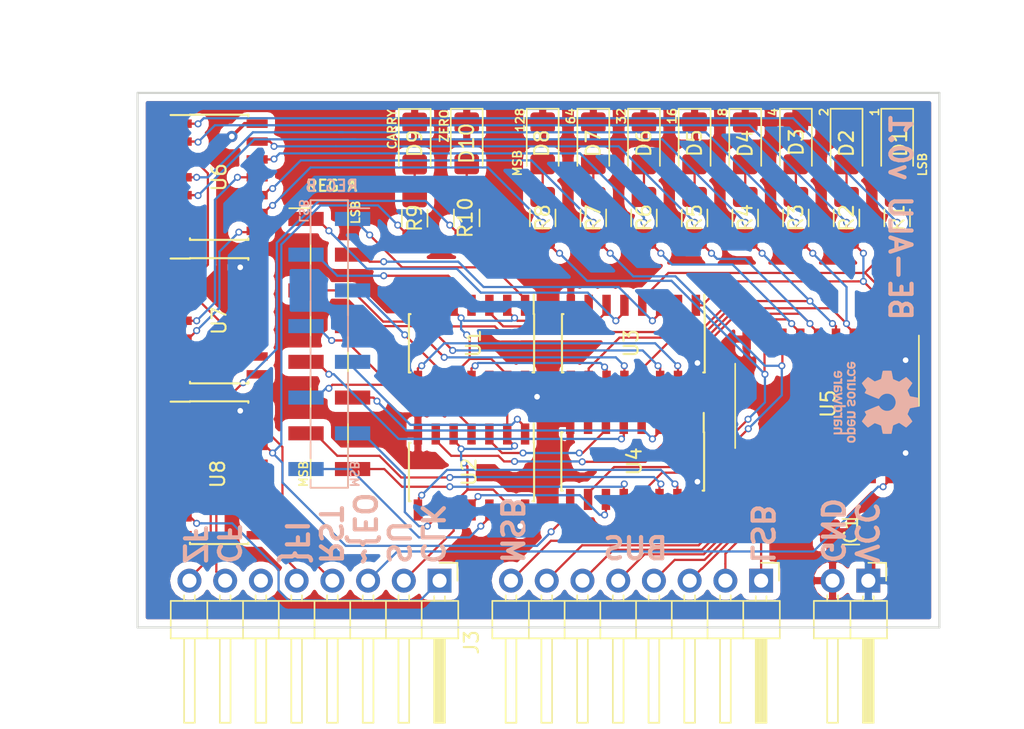
<source format=kicad_pcb>
(kicad_pcb (version 20171130) (host pcbnew "(5.0.0-3-g5ebb6b6)")
  (layers (0 F.Cu signal) (31 B.Cu signal) (34 B.Paste user) (35 F.Paste user) (36 B.SilkS user) (37 F.SilkS user) (38 B.Mask user) (39 F.Mask user) (44 Edge.Cuts user))
  (net 0 "")
  (net 1 VCC)
  (net 2 GND)
  (net 3 "Net-(D1-Pad2)")
  (net 4 "Net-(D2-Pad2)")
  (net 5 "Net-(D3-Pad2)")
  (net 6 "Net-(D4-Pad2)")
  (net 7 "Net-(D5-Pad2)")
  (net 8 "Net-(D6-Pad2)")
  (net 9 "Net-(D7-Pad2)")
  (net 10 "Net-(D8-Pad2)")
  (net 11 /BUS0)
  (net 12 /BUS1)
  (net 13 /BUS2)
  (net 14 /BUS3)
  (net 15 /BUS4)
  (net 16 /BUS5)
  (net 17 /BUS6)
  (net 18 /BUS7)
  (net 19 /CLK)
  (net 20 /SU)
  (net 21 /RAW0)
  (net 22 /RAW1)
  (net 23 /RAW2)
  (net 24 /RAW3)
  (net 25 /RAW4)
  (net 26 /RAW5)
  (net 27 /RAW6)
  (net 28 /RAW7)
  (net 29 /B0)
  (net 30 /~B0)
  (net 31 /B1)
  (net 32 /~B1)
  (net 33 /~B2)
  (net 34 /B2)
  (net 35 /~B3)
  (net 36 /B3)
  (net 37 /B7)
  (net 38 /~B7)
  (net 39 /B6)
  (net 40 /~B6)
  (net 41 /~B5)
  (net 42 /B5)
  (net 43 /~B4)
  (net 44 /B4)
  (net 45 /A1)
  (net 46 /A0)
  (net 47 /C4)
  (net 48 /A3)
  (net 49 /A2)
  (net 50 /A6)
  (net 51 /A7)
  (net 52 /A4)
  (net 53 /A5)
  (net 54 /~FI)
  (net 55 /~EO)
  (net 56 /RST)
  (net 57 /RAW_CF)
  (net 58 "Net-(U6-Pad3)")
  (net 59 "Net-(U6-Pad6)")
  (net 60 "Net-(U6-Pad8)")
  (net 61 "Net-(U6-Pad11)")
  (net 62 "Net-(U7-Pad10)")
  (net 63 /RAW_ZF)
  (net 64 /CF)
  (net 65 /ZF)
  (net 66 "Net-(U8-Pad5)")
  (net 67 "Net-(U8-Pad6)")
  (net 68 "Net-(U8-Pad11)")
  (net 69 "Net-(U8-Pad12)")
  (net 70 "Net-(J3-Pad6)")
  (net 71 "Net-(U7-Pad6)")
  (net 72 "Net-(D9-Pad2)")
  (net 73 "Net-(D10-Pad2)")
  (module Capacitor_SMD:C_1206_3216Metric_Pad1.42x1.75mm_HandSolder (layer F.Cu) (at 166.9125 71.2 180)
    (fp_text reference C1 (at 0.0125 0.104 270) (layer F.SilkS))
    (fp_text value 0.1u)
    (pad 1 smd roundrect (at -1.4875 0 180) (size 1.425 1.75) (layers F.Cu F.Paste F.Mask) (roundrect_rratio 0.175439) (net 1 VCC))
    (pad 2 smd roundrect (at 1.4875 0 180) (size 1.425 1.75) (layers F.Cu F.Paste F.Mask) (roundrect_rratio 0.175439) (net 2 GND))
  )
  (module LED_SMD:LED_1206_3216Metric_Pad1.42x1.75mm_HandSolder (layer F.Cu) (at 170.2 43.5875 270)
    (fp_text reference D1 (at 0 -0.184 270) (layer F.SilkS))
    (fp_text value LED hide)
    (pad 1 smd roundrect (at -1.4875 0 270) (size 1.425 1.75) (layers F.Cu F.Paste F.Mask) (roundrect_rratio 0.175439) (net 2 GND))
    (pad 2 smd roundrect (at 1.4875 0 270) (size 1.425 1.75) (layers F.Cu F.Paste F.Mask) (roundrect_rratio 0.175439) (net 3 "Net-(D1-Pad2)"))
  )
  (module LED_SMD:LED_1206_3216Metric_Pad1.42x1.75mm_HandSolder (layer F.Cu) (at 166.6 43.5875 270)
    (fp_text reference D2 (at 0 0 270) (layer F.SilkS))
    (fp_text value LED hide)
    (pad 2 smd roundrect (at 1.4875 0 270) (size 1.425 1.75) (layers F.Cu F.Paste F.Mask) (roundrect_rratio 0.175439) (net 4 "Net-(D2-Pad2)"))
    (pad 1 smd roundrect (at -1.4875 0 270) (size 1.425 1.75) (layers F.Cu F.Paste F.Mask) (roundrect_rratio 0.175439) (net 2 GND))
  )
  (module LED_SMD:LED_1206_3216Metric_Pad1.42x1.75mm_HandSolder (layer F.Cu) (at 163 43.5875 270)
    (fp_text reference D3 (at -0.084 -0.032 270) (layer F.SilkS))
    (fp_text value LED hide)
    (pad 1 smd roundrect (at -1.4875 0 270) (size 1.425 1.75) (layers F.Cu F.Paste F.Mask) (roundrect_rratio 0.175439) (net 2 GND))
    (pad 2 smd roundrect (at 1.4875 0 270) (size 1.425 1.75) (layers F.Cu F.Paste F.Mask) (roundrect_rratio 0.175439) (net 5 "Net-(D3-Pad2)"))
  )
  (module LED_SMD:LED_1206_3216Metric_Pad1.42x1.75mm_HandSolder (layer F.Cu) (at 159.4 43.5875 270)
    (fp_text reference D4 (at 0.0125 0 270) (layer F.SilkS))
    (fp_text value LED hide)
    (pad 2 smd roundrect (at 1.4875 0 270) (size 1.425 1.75) (layers F.Cu F.Paste F.Mask) (roundrect_rratio 0.175439) (net 6 "Net-(D4-Pad2)"))
    (pad 1 smd roundrect (at -1.4875 0 270) (size 1.425 1.75) (layers F.Cu F.Paste F.Mask) (roundrect_rratio 0.175439) (net 2 GND))
  )
  (module LED_SMD:LED_1206_3216Metric_Pad1.42x1.75mm_HandSolder (layer F.Cu) (at 155.8 43.5875 270)
    (fp_text reference D5 (at -0.0125 0 270) (layer F.SilkS))
    (fp_text value LED hide)
    (pad 1 smd roundrect (at -1.4875 0 270) (size 1.425 1.75) (layers F.Cu F.Paste F.Mask) (roundrect_rratio 0.175439) (net 2 GND))
    (pad 2 smd roundrect (at 1.4875 0 270) (size 1.425 1.75) (layers F.Cu F.Paste F.Mask) (roundrect_rratio 0.175439) (net 7 "Net-(D5-Pad2)"))
  )
  (module LED_SMD:LED_1206_3216Metric_Pad1.42x1.75mm_HandSolder (layer F.Cu) (at 152.2 43.5875 270)
    (fp_text reference D6 (at 0 0 270) (layer F.SilkS))
    (fp_text value LED hide)
    (pad 2 smd roundrect (at 1.4875 0 270) (size 1.425 1.75) (layers F.Cu F.Paste F.Mask) (roundrect_rratio 0.175439) (net 8 "Net-(D6-Pad2)"))
    (pad 1 smd roundrect (at -1.4875 0 270) (size 1.425 1.75) (layers F.Cu F.Paste F.Mask) (roundrect_rratio 0.175439) (net 2 GND))
  )
  (module LED_SMD:LED_1206_3216Metric_Pad1.42x1.75mm_HandSolder (layer F.Cu) (at 148.6 43.5875 270)
    (fp_text reference D7 (at 0.0125 0 270) (layer F.SilkS))
    (fp_text value LED hide)
    (pad 1 smd roundrect (at -1.4875 0 270) (size 1.425 1.75) (layers F.Cu F.Paste F.Mask) (roundrect_rratio 0.175439) (net 2 GND))
    (pad 2 smd roundrect (at 1.4875 0 270) (size 1.425 1.75) (layers F.Cu F.Paste F.Mask) (roundrect_rratio 0.175439) (net 9 "Net-(D7-Pad2)"))
  )
  (module LED_SMD:LED_1206_3216Metric_Pad1.42x1.75mm_HandSolder (layer F.Cu) (at 145 43.5875 270)
    (fp_text reference D8 (at 0 0.064 270) (layer F.SilkS))
    (fp_text value LED hide)
    (pad 2 smd roundrect (at 1.4875 0 270) (size 1.425 1.75) (layers F.Cu F.Paste F.Mask) (roundrect_rratio 0.175439) (net 10 "Net-(D8-Pad2)"))
    (pad 1 smd roundrect (at -1.4875 0 270) (size 1.425 1.75) (layers F.Cu F.Paste F.Mask) (roundrect_rratio 0.175439) (net 2 GND))
  )
  (module Connector_PinHeader_2.54mm:PinHeader_1x02_P2.54mm_Horizontal (layer F.Cu) (at 168.148 74.676 270)
    (fp_text reference J1 hide)
    (fp_text value Conn_01x02 hide)
    (pad 1 thru_hole rect (at 0 0 270) (size 1.7 1.7) (drill 1) (layers *.Cu *.Mask) (net 1 VCC))
    (pad 2 thru_hole oval (at 0 2.54 270) (size 1.7 1.7) (drill 1) (layers *.Cu *.Mask) (net 2 GND))
  )
  (module Connector_PinHeader_2.54mm:PinHeader_1x08_P2.54mm_Horizontal (layer F.Cu) (at 160.528 74.676 270)
    (fp_text reference J2 hide)
    (fp_text value Conn_01x08 hide)
    (pad 1 thru_hole rect (at 0 0 270) (size 1.7 1.7) (drill 1) (layers *.Cu *.Mask) (net 11 /BUS0))
    (pad 2 thru_hole oval (at 0 2.54 270) (size 1.7 1.7) (drill 1) (layers *.Cu *.Mask) (net 12 /BUS1))
    (pad 3 thru_hole oval (at 0 5.08 270) (size 1.7 1.7) (drill 1) (layers *.Cu *.Mask) (net 13 /BUS2))
    (pad 4 thru_hole oval (at 0 7.62 270) (size 1.7 1.7) (drill 1) (layers *.Cu *.Mask) (net 14 /BUS3))
    (pad 5 thru_hole oval (at 0 10.16 270) (size 1.7 1.7) (drill 1) (layers *.Cu *.Mask) (net 15 /BUS4))
    (pad 6 thru_hole oval (at 0 12.7 270) (size 1.7 1.7) (drill 1) (layers *.Cu *.Mask) (net 16 /BUS5))
    (pad 7 thru_hole oval (at 0 15.24 270) (size 1.7 1.7) (drill 1) (layers *.Cu *.Mask) (net 17 /BUS6))
    (pad 8 thru_hole oval (at 0 17.78 270) (size 1.7 1.7) (drill 1) (layers *.Cu *.Mask) (net 18 /BUS7))
  )
  (module Resistor_SMD:R_1206_3216Metric_Pad1.42x1.75mm_HandSolder (layer F.Cu) (at 170.2 48.8875 270)
    (fp_text reference R1 (at 0 0 270) (layer F.SilkS))
    (fp_text value 220 hide)
    (pad 1 smd roundrect (at -1.4875 0 270) (size 1.425 1.75) (layers F.Cu F.Paste F.Mask) (roundrect_rratio 0.175439) (net 3 "Net-(D1-Pad2)"))
    (pad 2 smd roundrect (at 1.4875 0 270) (size 1.425 1.75) (layers F.Cu F.Paste F.Mask) (roundrect_rratio 0.175439) (net 21 /RAW0))
  )
  (module Resistor_SMD:R_1206_3216Metric_Pad1.42x1.75mm_HandSolder (layer F.Cu) (at 166.6 48.8875 270)
    (fp_text reference R2 (at 0 0 270) (layer F.SilkS))
    (fp_text value 220 hide)
    (pad 2 smd roundrect (at 1.4875 0 270) (size 1.425 1.75) (layers F.Cu F.Paste F.Mask) (roundrect_rratio 0.175439) (net 22 /RAW1))
    (pad 1 smd roundrect (at -1.4875 0 270) (size 1.425 1.75) (layers F.Cu F.Paste F.Mask) (roundrect_rratio 0.175439) (net 4 "Net-(D2-Pad2)"))
  )
  (module Resistor_SMD:R_1206_3216Metric_Pad1.42x1.75mm_HandSolder (layer F.Cu) (at 163 48.8875 270)
    (fp_text reference R3 (at -0.0125 0 270) (layer F.SilkS))
    (fp_text value 220 hide)
    (pad 1 smd roundrect (at -1.4875 0 270) (size 1.425 1.75) (layers F.Cu F.Paste F.Mask) (roundrect_rratio 0.175439) (net 5 "Net-(D3-Pad2)"))
    (pad 2 smd roundrect (at 1.4875 0 270) (size 1.425 1.75) (layers F.Cu F.Paste F.Mask) (roundrect_rratio 0.175439) (net 23 /RAW2))
  )
  (module Resistor_SMD:R_1206_3216Metric_Pad1.42x1.75mm_HandSolder (layer F.Cu) (at 159.4 48.8875 270)
    (fp_text reference R4 (at -0.0125 0 270) (layer F.SilkS))
    (fp_text value 220 hide)
    (pad 2 smd roundrect (at 1.4875 0 270) (size 1.425 1.75) (layers F.Cu F.Paste F.Mask) (roundrect_rratio 0.175439) (net 24 /RAW3))
    (pad 1 smd roundrect (at -1.4875 0 270) (size 1.425 1.75) (layers F.Cu F.Paste F.Mask) (roundrect_rratio 0.175439) (net 6 "Net-(D4-Pad2)"))
  )
  (module Resistor_SMD:R_1206_3216Metric_Pad1.42x1.75mm_HandSolder (layer F.Cu) (at 155.8 48.8875 270)
    (fp_text reference R5 (at -0.0125 0 270) (layer F.SilkS))
    (fp_text value 220 hide)
    (pad 1 smd roundrect (at -1.4875 0 270) (size 1.425 1.75) (layers F.Cu F.Paste F.Mask) (roundrect_rratio 0.175439) (net 7 "Net-(D5-Pad2)"))
    (pad 2 smd roundrect (at 1.4875 0 270) (size 1.425 1.75) (layers F.Cu F.Paste F.Mask) (roundrect_rratio 0.175439) (net 25 /RAW4))
  )
  (module Resistor_SMD:R_1206_3216Metric_Pad1.42x1.75mm_HandSolder (layer F.Cu) (at 152.2 48.8875 270)
    (fp_text reference R6 (at -0.0125 0 270) (layer F.SilkS))
    (fp_text value 220 hide)
    (pad 2 smd roundrect (at 1.4875 0 270) (size 1.425 1.75) (layers F.Cu F.Paste F.Mask) (roundrect_rratio 0.175439) (net 26 /RAW5))
    (pad 1 smd roundrect (at -1.4875 0 270) (size 1.425 1.75) (layers F.Cu F.Paste F.Mask) (roundrect_rratio 0.175439) (net 8 "Net-(D6-Pad2)"))
  )
  (module Resistor_SMD:R_1206_3216Metric_Pad1.42x1.75mm_HandSolder (layer F.Cu) (at 148.6 48.8875 270)
    (fp_text reference R7 (at 0 0 270) (layer F.SilkS))
    (fp_text value 220 hide)
    (pad 1 smd roundrect (at -1.4875 0 270) (size 1.425 1.75) (layers F.Cu F.Paste F.Mask) (roundrect_rratio 0.175439) (net 9 "Net-(D7-Pad2)"))
    (pad 2 smd roundrect (at 1.4875 0 270) (size 1.425 1.75) (layers F.Cu F.Paste F.Mask) (roundrect_rratio 0.175439) (net 27 /RAW6))
  )
  (module Resistor_SMD:R_1206_3216Metric_Pad1.42x1.75mm_HandSolder (layer F.Cu) (at 145 48.8875 270)
    (fp_text reference R8 (at 0 0 270) (layer F.SilkS))
    (fp_text value 220 hide)
    (pad 2 smd roundrect (at 1.4875 0 270) (size 1.425 1.75) (layers F.Cu F.Paste F.Mask) (roundrect_rratio 0.175439) (net 28 /RAW7))
    (pad 1 smd roundrect (at -1.4875 0 270) (size 1.425 1.75) (layers F.Cu F.Paste F.Mask) (roundrect_rratio 0.175439) (net 10 "Net-(D8-Pad2)"))
  )
  (module Package_SO:SOIC-14_3.9x8.7mm_P1.27mm (layer F.Cu) (at 139.94 57.8 270)
    (fp_text reference U1 (at 0 -0.14 270) (layer F.SilkS))
    (fp_text value 74LS86)
    (pad 1 smd rect (at -2.7 -3.81 270) (size 1.5 0.6) (layers F.Cu F.Paste F.Mask) (net 29 /B0))
    (pad 2 smd rect (at -2.7 -2.54 270) (size 1.5 0.6) (layers F.Cu F.Paste F.Mask) (net 20 /SU))
    (pad 3 smd rect (at -2.7 -1.27 270) (size 1.5 0.6) (layers F.Cu F.Paste F.Mask) (net 30 /~B0))
    (pad 4 smd rect (at -2.7 0 270) (size 1.5 0.6) (layers F.Cu F.Paste F.Mask) (net 31 /B1))
    (pad 5 smd rect (at -2.7 1.27 270) (size 1.5 0.6) (layers F.Cu F.Paste F.Mask) (net 20 /SU))
    (pad 6 smd rect (at -2.7 2.54 270) (size 1.5 0.6) (layers F.Cu F.Paste F.Mask) (net 32 /~B1))
    (pad 7 smd rect (at -2.7 3.81 270) (size 1.5 0.6) (layers F.Cu F.Paste F.Mask) (net 2 GND))
    (pad 8 smd rect (at 2.7 3.81 270) (size 1.5 0.6) (layers F.Cu F.Paste F.Mask) (net 33 /~B2))
    (pad 9 smd rect (at 2.7 2.54 270) (size 1.5 0.6) (layers F.Cu F.Paste F.Mask) (net 34 /B2))
    (pad 10 smd rect (at 2.7 1.27 270) (size 1.5 0.6) (layers F.Cu F.Paste F.Mask) (net 20 /SU))
    (pad 11 smd rect (at 2.7 0 270) (size 1.5 0.6) (layers F.Cu F.Paste F.Mask) (net 35 /~B3))
    (pad 12 smd rect (at 2.7 -1.27 270) (size 1.5 0.6) (layers F.Cu F.Paste F.Mask) (net 36 /B3))
    (pad 13 smd rect (at 2.7 -2.54 270) (size 1.5 0.6) (layers F.Cu F.Paste F.Mask) (net 20 /SU))
    (pad 14 smd rect (at 2.7 -3.81 270) (size 1.5 0.6) (layers F.Cu F.Paste F.Mask) (net 1 VCC))
  )
  (module Package_SO:SOIC-14_3.9x8.7mm_P1.27mm (layer F.Cu) (at 139.94 66.95 270)
    (fp_text reference U2 (at 0 0.17 270) (layer F.SilkS))
    (fp_text value 74LS86)
    (pad 14 smd rect (at 2.7 -3.81 270) (size 1.5 0.6) (layers F.Cu F.Paste F.Mask) (net 1 VCC))
    (pad 13 smd rect (at 2.7 -2.54 270) (size 1.5 0.6) (layers F.Cu F.Paste F.Mask) (net 20 /SU))
    (pad 12 smd rect (at 2.7 -1.27 270) (size 1.5 0.6) (layers F.Cu F.Paste F.Mask) (net 37 /B7))
    (pad 11 smd rect (at 2.7 0 270) (size 1.5 0.6) (layers F.Cu F.Paste F.Mask) (net 38 /~B7))
    (pad 10 smd rect (at 2.7 1.27 270) (size 1.5 0.6) (layers F.Cu F.Paste F.Mask) (net 20 /SU))
    (pad 9 smd rect (at 2.7 2.54 270) (size 1.5 0.6) (layers F.Cu F.Paste F.Mask) (net 39 /B6))
    (pad 8 smd rect (at 2.7 3.81 270) (size 1.5 0.6) (layers F.Cu F.Paste F.Mask) (net 40 /~B6))
    (pad 7 smd rect (at -2.7 3.81 270) (size 1.5 0.6) (layers F.Cu F.Paste F.Mask) (net 2 GND))
    (pad 6 smd rect (at -2.7 2.54 270) (size 1.5 0.6) (layers F.Cu F.Paste F.Mask) (net 41 /~B5))
    (pad 5 smd rect (at -2.7 1.27 270) (size 1.5 0.6) (layers F.Cu F.Paste F.Mask) (net 20 /SU))
    (pad 4 smd rect (at -2.7 0 270) (size 1.5 0.6) (layers F.Cu F.Paste F.Mask) (net 42 /B5))
    (pad 3 smd rect (at -2.7 -1.27 270) (size 1.5 0.6) (layers F.Cu F.Paste F.Mask) (net 43 /~B4))
    (pad 2 smd rect (at -2.7 -2.54 270) (size 1.5 0.6) (layers F.Cu F.Paste F.Mask) (net 20 /SU))
    (pad 1 smd rect (at -2.7 -3.81 270) (size 1.5 0.6) (layers F.Cu F.Paste F.Mask) (net 44 /B4))
  )
  (module Package_SO:SOIC-16_3.9x9.9mm_P1.27mm (layer F.Cu) (at 151.445 57.8 270)
    (fp_text reference U3 (at 0 0.155 270) (layer F.SilkS))
    (fp_text value 74LS283)
    (pad 1 smd rect (at -2.7 -4.445 270) (size 1.5 0.6) (layers F.Cu F.Paste F.Mask) (net 22 /RAW1))
    (pad 2 smd rect (at -2.7 -3.175 270) (size 1.5 0.6) (layers F.Cu F.Paste F.Mask) (net 32 /~B1))
    (pad 3 smd rect (at -2.7 -1.905 270) (size 1.5 0.6) (layers F.Cu F.Paste F.Mask) (net 45 /A1))
    (pad 4 smd rect (at -2.7 -0.635 270) (size 1.5 0.6) (layers F.Cu F.Paste F.Mask) (net 21 /RAW0))
    (pad 5 smd rect (at -2.7 0.635 270) (size 1.5 0.6) (layers F.Cu F.Paste F.Mask) (net 46 /A0))
    (pad 6 smd rect (at -2.7 1.905 270) (size 1.5 0.6) (layers F.Cu F.Paste F.Mask) (net 30 /~B0))
    (pad 7 smd rect (at -2.7 3.175 270) (size 1.5 0.6) (layers F.Cu F.Paste F.Mask) (net 20 /SU))
    (pad 8 smd rect (at -2.7 4.445 270) (size 1.5 0.6) (layers F.Cu F.Paste F.Mask) (net 2 GND))
    (pad 9 smd rect (at 2.7 4.445 270) (size 1.5 0.6) (layers F.Cu F.Paste F.Mask) (net 47 /C4))
    (pad 10 smd rect (at 2.7 3.175 270) (size 1.5 0.6) (layers F.Cu F.Paste F.Mask) (net 24 /RAW3))
    (pad 11 smd rect (at 2.7 1.905 270) (size 1.5 0.6) (layers F.Cu F.Paste F.Mask) (net 35 /~B3))
    (pad 12 smd rect (at 2.7 0.635 270) (size 1.5 0.6) (layers F.Cu F.Paste F.Mask) (net 48 /A3))
    (pad 13 smd rect (at 2.7 -0.635 270) (size 1.5 0.6) (layers F.Cu F.Paste F.Mask) (net 23 /RAW2))
    (pad 14 smd rect (at 2.7 -1.905 270) (size 1.5 0.6) (layers F.Cu F.Paste F.Mask) (net 49 /A2))
    (pad 15 smd rect (at 2.7 -3.175 270) (size 1.5 0.6) (layers F.Cu F.Paste F.Mask) (net 33 /~B2))
    (pad 16 smd rect (at 2.7 -4.445 270) (size 1.5 0.6) (layers F.Cu F.Paste F.Mask) (net 1 VCC))
  )
  (module Package_SO:SOIC-16_3.9x9.9mm_P1.27mm (layer F.Cu) (at 151.4 66.2 270)
    (fp_text reference U4 (at 0 -0.115 270) (layer F.SilkS))
    (fp_text value 74LS283)
    (pad 16 smd rect (at 2.7 -4.445 270) (size 1.5 0.6) (layers F.Cu F.Paste F.Mask) (net 1 VCC))
    (pad 15 smd rect (at 2.7 -3.175 270) (size 1.5 0.6) (layers F.Cu F.Paste F.Mask) (net 40 /~B6))
    (pad 14 smd rect (at 2.7 -1.905 270) (size 1.5 0.6) (layers F.Cu F.Paste F.Mask) (net 50 /A6))
    (pad 13 smd rect (at 2.7 -0.635 270) (size 1.5 0.6) (layers F.Cu F.Paste F.Mask) (net 27 /RAW6))
    (pad 12 smd rect (at 2.7 0.635 270) (size 1.5 0.6) (layers F.Cu F.Paste F.Mask) (net 51 /A7))
    (pad 11 smd rect (at 2.7 1.905 270) (size 1.5 0.6) (layers F.Cu F.Paste F.Mask) (net 38 /~B7))
    (pad 10 smd rect (at 2.7 3.175 270) (size 1.5 0.6) (layers F.Cu F.Paste F.Mask) (net 28 /RAW7))
    (pad 9 smd rect (at 2.7 4.445 270) (size 1.5 0.6) (layers F.Cu F.Paste F.Mask) (net 57 /RAW_CF))
    (pad 8 smd rect (at -2.7 4.445 270) (size 1.5 0.6) (layers F.Cu F.Paste F.Mask) (net 2 GND))
    (pad 7 smd rect (at -2.7 3.175 270) (size 1.5 0.6) (layers F.Cu F.Paste F.Mask) (net 47 /C4))
    (pad 6 smd rect (at -2.7 1.905 270) (size 1.5 0.6) (layers F.Cu F.Paste F.Mask) (net 43 /~B4))
    (pad 5 smd rect (at -2.7 0.635 270) (size 1.5 0.6) (layers F.Cu F.Paste F.Mask) (net 52 /A4))
    (pad 4 smd rect (at -2.7 -0.635 270) (size 1.5 0.6) (layers F.Cu F.Paste F.Mask) (net 25 /RAW4))
    (pad 3 smd rect (at -2.7 -1.905 270) (size 1.5 0.6) (layers F.Cu F.Paste F.Mask) (net 53 /A5))
    (pad 2 smd rect (at -2.7 -3.175 270) (size 1.5 0.6) (layers F.Cu F.Paste F.Mask) (net 41 /~B5))
    (pad 1 smd rect (at -2.7 -4.445 270) (size 1.5 0.6) (layers F.Cu F.Paste F.Mask) (net 26 /RAW5))
  )
  (module Package_SO:SO-20_12.8x7.5mm_P1.27mm (layer F.Cu) (at 165.215 62.25 270)
    (fp_text reference U5 (at -0.15 -0.075 270) (layer F.SilkS))
    (fp_text value 74LS245)
    (pad 6 smd rect (at -4.75 0.635 270) (size 1.5 0.6) (layers F.Cu F.Paste F.Mask) (net 25 /RAW4))
    (pad 5 smd rect (at -4.75 -0.635 270) (size 1.5 0.6) (layers F.Cu F.Paste F.Mask) (net 24 /RAW3))
    (pad 4 smd rect (at -4.75 -1.905 270) (size 1.5 0.6) (layers F.Cu F.Paste F.Mask) (net 23 /RAW2))
    (pad 3 smd rect (at -4.75 -3.175 270) (size 1.5 0.6) (layers F.Cu F.Paste F.Mask) (net 22 /RAW1))
    (pad 2 smd rect (at -4.75 -4.445 270) (size 1.5 0.6) (layers F.Cu F.Paste F.Mask) (net 21 /RAW0))
    (pad 1 smd rect (at -4.75 -5.715 270) (size 1.5 0.6) (layers F.Cu F.Paste F.Mask) (net 1 VCC))
    (pad 7 smd rect (at -4.75 1.905 270) (size 1.5 0.6) (layers F.Cu F.Paste F.Mask) (net 26 /RAW5))
    (pad 8 smd rect (at -4.75 3.175 270) (size 1.5 0.6) (layers F.Cu F.Paste F.Mask) (net 27 /RAW6))
    (pad 9 smd rect (at -4.75 4.445 270) (size 1.5 0.6) (layers F.Cu F.Paste F.Mask) (net 28 /RAW7))
    (pad 10 smd rect (at -4.75 5.715 270) (size 1.5 0.6) (layers F.Cu F.Paste F.Mask) (net 2 GND))
    (pad 11 smd rect (at 4.75 5.715 270) (size 1.5 0.6) (layers F.Cu F.Paste F.Mask) (net 18 /BUS7))
    (pad 12 smd rect (at 4.75 4.445 270) (size 1.5 0.6) (layers F.Cu F.Paste F.Mask) (net 17 /BUS6))
    (pad 13 smd rect (at 4.75 3.175 270) (size 1.5 0.6) (layers F.Cu F.Paste F.Mask) (net 16 /BUS5))
    (pad 14 smd rect (at 4.75 1.905 270) (size 1.5 0.6) (layers F.Cu F.Paste F.Mask) (net 15 /BUS4))
    (pad 15 smd rect (at 4.75 0.635 270) (size 1.5 0.6) (layers F.Cu F.Paste F.Mask) (net 14 /BUS3))
    (pad 16 smd rect (at 4.75 -0.635 270) (size 1.5 0.6) (layers F.Cu F.Paste F.Mask) (net 13 /BUS2))
    (pad 17 smd rect (at 4.75 -1.905 270) (size 1.5 0.6) (layers F.Cu F.Paste F.Mask) (net 12 /BUS1))
    (pad 18 smd rect (at 4.75 -3.175 270) (size 1.5 0.6) (layers F.Cu F.Paste F.Mask) (net 11 /BUS0))
    (pad 19 smd rect (at 4.75 -4.445 270) (size 1.5 0.6) (layers F.Cu F.Paste F.Mask) (net 55 /~EO))
    (pad 20 smd rect (at 4.75 -5.715 270) (size 1.5 0.6) (layers F.Cu F.Paste F.Mask) (net 1 VCC))
  )
  (module Connector_PinHeader_2.54mm:PinHeader_1x08_P2.54mm_Vertical_SMD_Pin1Left (layer F.Cu) (at 129.83 57.85)
    (fp_text reference J4 hide)
    (fp_text value Conn_01x08 hide)
    (pad 1 smd rect (at -1.655 -8.89) (size 2.51 1) (layers F.Cu F.Paste F.Mask) (net 46 /A0))
    (pad 3 smd rect (at -1.655 -3.81) (size 2.51 1) (layers F.Cu F.Paste F.Mask) (net 49 /A2))
    (pad 5 smd rect (at -1.655 1.27) (size 2.51 1) (layers F.Cu F.Paste F.Mask) (net 52 /A4))
    (pad 7 smd rect (at -1.655 6.35) (size 2.51 1) (layers F.Cu F.Paste F.Mask) (net 50 /A6))
    (pad 2 smd rect (at 1.655 -6.35) (size 2.51 1) (layers F.Cu F.Paste F.Mask) (net 45 /A1))
    (pad 4 smd rect (at 1.655 -1.27) (size 2.51 1) (layers F.Cu F.Paste F.Mask) (net 48 /A3))
    (pad 6 smd rect (at 1.655 3.81) (size 2.51 1) (layers F.Cu F.Paste F.Mask) (net 53 /A5))
    (pad 8 smd rect (at 1.655 8.89) (size 2.51 1) (layers F.Cu F.Paste F.Mask) (net 51 /A7))
  )
  (module Connector_PinHeader_2.54mm:PinHeader_1x08_P2.54mm_Vertical_SMD_Pin1Left (layer B.Cu) (at 129.83 57.85 180)
    (fp_text reference J5 hide)
    (fp_text value Conn_01x08 hide)
    (pad 8 smd rect (at 1.655 -8.89 180) (size 2.51 1) (layers B.Cu B.Paste B.Mask) (net 37 /B7))
    (pad 6 smd rect (at 1.655 -3.81 180) (size 2.51 1) (layers B.Cu B.Paste B.Mask) (net 42 /B5))
    (pad 4 smd rect (at 1.655 1.27 180) (size 2.51 1) (layers B.Cu B.Paste B.Mask) (net 36 /B3))
    (pad 2 smd rect (at 1.655 6.35 180) (size 2.51 1) (layers B.Cu B.Paste B.Mask) (net 31 /B1))
    (pad 7 smd rect (at -1.655 -6.35 180) (size 2.51 1) (layers B.Cu B.Paste B.Mask) (net 39 /B6))
    (pad 5 smd rect (at -1.655 -1.27 180) (size 2.51 1) (layers B.Cu B.Paste B.Mask) (net 44 /B4))
    (pad 3 smd rect (at -1.655 3.81 180) (size 2.51 1) (layers B.Cu B.Paste B.Mask) (net 34 /B2))
    (pad 1 smd rect (at -1.655 8.89 180) (size 2.51 1) (layers B.Cu B.Paste B.Mask) (net 29 /B0))
  )
  (module Package_SO:SOIC-14_3.9x8.7mm_P1.27mm (layer F.Cu) (at 122 46)
    (fp_text reference U6 (at 0 0 90) (layer F.SilkS))
    (fp_text value 7402)
    (pad 1 smd rect (at -2.7 -3.81) (size 1.5 0.6) (layers F.Cu F.Paste F.Mask) (net 21 /RAW0))
    (pad 2 smd rect (at -2.7 -2.54) (size 1.5 0.6) (layers F.Cu F.Paste F.Mask) (net 22 /RAW1))
    (pad 3 smd rect (at -2.7 -1.27) (size 1.5 0.6) (layers F.Cu F.Paste F.Mask) (net 58 "Net-(U6-Pad3)"))
    (pad 4 smd rect (at -2.7 0) (size 1.5 0.6) (layers F.Cu F.Paste F.Mask) (net 23 /RAW2))
    (pad 5 smd rect (at -2.7 1.27) (size 1.5 0.6) (layers F.Cu F.Paste F.Mask) (net 24 /RAW3))
    (pad 6 smd rect (at -2.7 2.54) (size 1.5 0.6) (layers F.Cu F.Paste F.Mask) (net 59 "Net-(U6-Pad6)"))
    (pad 7 smd rect (at -2.7 3.81) (size 1.5 0.6) (layers F.Cu F.Paste F.Mask) (net 2 GND))
    (pad 8 smd rect (at 2.7 3.81) (size 1.5 0.6) (layers F.Cu F.Paste F.Mask) (net 60 "Net-(U6-Pad8)"))
    (pad 9 smd rect (at 2.7 2.54) (size 1.5 0.6) (layers F.Cu F.Paste F.Mask) (net 28 /RAW7))
    (pad 10 smd rect (at 2.7 1.27) (size 1.5 0.6) (layers F.Cu F.Paste F.Mask) (net 27 /RAW6))
    (pad 11 smd rect (at 2.7 0) (size 1.5 0.6) (layers F.Cu F.Paste F.Mask) (net 61 "Net-(U6-Pad11)"))
    (pad 12 smd rect (at 2.7 -1.27) (size 1.5 0.6) (layers F.Cu F.Paste F.Mask) (net 26 /RAW5))
    (pad 13 smd rect (at 2.7 -2.54) (size 1.5 0.6) (layers F.Cu F.Paste F.Mask) (net 25 /RAW4))
    (pad 14 smd rect (at 2.7 -3.81) (size 1.5 0.6) (layers F.Cu F.Paste F.Mask) (net 1 VCC))
  )
  (module Package_SO:SOIC-14_3.9x8.7mm_P1.27mm (layer F.Cu) (at 122 56.2)
    (fp_text reference U7 (at 0 0 90) (layer F.SilkS))
    (fp_text value 7408)
    (pad 14 smd rect (at 2.7 -3.81) (size 1.5 0.6) (layers F.Cu F.Paste F.Mask) (net 1 VCC))
    (pad 13 smd rect (at 2.7 -2.54) (size 1.5 0.6) (layers F.Cu F.Paste F.Mask))
    (pad 12 smd rect (at 2.7 -1.27) (size 1.5 0.6) (layers F.Cu F.Paste F.Mask))
    (pad 11 smd rect (at 2.7 0) (size 1.5 0.6) (layers F.Cu F.Paste F.Mask))
    (pad 10 smd rect (at 2.7 1.27) (size 1.5 0.6) (layers F.Cu F.Paste F.Mask) (net 62 "Net-(U7-Pad10)"))
    (pad 9 smd rect (at 2.7 2.54) (size 1.5 0.6) (layers F.Cu F.Paste F.Mask) (net 71 "Net-(U7-Pad6)"))
    (pad 8 smd rect (at 2.7 3.81) (size 1.5 0.6) (layers F.Cu F.Paste F.Mask) (net 63 /RAW_ZF))
    (pad 7 smd rect (at -2.7 3.81) (size 1.5 0.6) (layers F.Cu F.Paste F.Mask) (net 2 GND))
    (pad 6 smd rect (at -2.7 2.54) (size 1.5 0.6) (layers F.Cu F.Paste F.Mask) (net 71 "Net-(U7-Pad6)"))
    (pad 5 smd rect (at -2.7 1.27) (size 1.5 0.6) (layers F.Cu F.Paste F.Mask) (net 60 "Net-(U6-Pad8)"))
    (pad 4 smd rect (at -2.7 0) (size 1.5 0.6) (layers F.Cu F.Paste F.Mask) (net 61 "Net-(U6-Pad11)"))
    (pad 3 smd rect (at -2.7 -1.27) (size 1.5 0.6) (layers F.Cu F.Paste F.Mask) (net 62 "Net-(U7-Pad10)"))
    (pad 2 smd rect (at -2.7 -2.54) (size 1.5 0.6) (layers F.Cu F.Paste F.Mask) (net 58 "Net-(U6-Pad3)"))
    (pad 1 smd rect (at -2.7 -3.81) (size 1.5 0.6) (layers F.Cu F.Paste F.Mask) (net 59 "Net-(U6-Pad6)"))
  )
  (module Package_SO:SOIC-16_3.9x9.9mm_P1.27mm (layer F.Cu) (at 122 67)
    (fp_text reference U8 (at -0.1 0.1 90) (layer F.SilkS))
    (fp_text value 74LS173)
    (pad 1 smd rect (at -2.7 -4.445) (size 1.5 0.6) (layers F.Cu F.Paste F.Mask) (net 2 GND))
    (pad 2 smd rect (at -2.7 -3.175) (size 1.5 0.6) (layers F.Cu F.Paste F.Mask) (net 2 GND))
    (pad 3 smd rect (at -2.7 -1.905) (size 1.5 0.6) (layers F.Cu F.Paste F.Mask) (net 64 /CF))
    (pad 4 smd rect (at -2.7 -0.635) (size 1.5 0.6) (layers F.Cu F.Paste F.Mask) (net 65 /ZF))
    (pad 5 smd rect (at -2.7 0.635) (size 1.5 0.6) (layers F.Cu F.Paste F.Mask) (net 66 "Net-(U8-Pad5)"))
    (pad 6 smd rect (at -2.7 1.905) (size 1.5 0.6) (layers F.Cu F.Paste F.Mask) (net 67 "Net-(U8-Pad6)"))
    (pad 7 smd rect (at -2.7 3.175) (size 1.5 0.6) (layers F.Cu F.Paste F.Mask) (net 19 /CLK))
    (pad 8 smd rect (at -2.7 4.445) (size 1.5 0.6) (layers F.Cu F.Paste F.Mask) (net 2 GND))
    (pad 9 smd rect (at 2.7 4.445) (size 1.5 0.6) (layers F.Cu F.Paste F.Mask) (net 54 /~FI))
    (pad 10 smd rect (at 2.7 3.175) (size 1.5 0.6) (layers F.Cu F.Paste F.Mask) (net 54 /~FI))
    (pad 11 smd rect (at 2.7 1.905) (size 1.5 0.6) (layers F.Cu F.Paste F.Mask) (net 68 "Net-(U8-Pad11)"))
    (pad 12 smd rect (at 2.7 0.635) (size 1.5 0.6) (layers F.Cu F.Paste F.Mask) (net 69 "Net-(U8-Pad12)"))
    (pad 13 smd rect (at 2.7 -0.635) (size 1.5 0.6) (layers F.Cu F.Paste F.Mask) (net 63 /RAW_ZF))
    (pad 14 smd rect (at 2.7 -1.905) (size 1.5 0.6) (layers F.Cu F.Paste F.Mask) (net 57 /RAW_CF))
    (pad 15 smd rect (at 2.7 -3.175) (size 1.5 0.6) (layers F.Cu F.Paste F.Mask) (net 56 /RST))
    (pad 16 smd rect (at 2.7 -4.445) (size 1.5 0.6) (layers F.Cu F.Paste F.Mask) (net 1 VCC))
  )
  (module Connector_PinHeader_2.54mm:PinHeader_1x08_P2.54mm_Horizontal (layer F.Cu) (at 137.668 74.676 270)
    (fp_text reference J3 (at 4.385 -2.27 270) (layer F.SilkS))
    (fp_text value Conn_01x08)
    (pad 1 thru_hole rect (at 0 0 270) (size 1.7 1.7) (drill 1) (layers *.Cu *.Mask) (net 19 /CLK))
    (pad 2 thru_hole oval (at 0 2.54 270) (size 1.7 1.7) (drill 1) (layers *.Cu *.Mask) (net 20 /SU))
    (pad 3 thru_hole oval (at 0 5.08 270) (size 1.7 1.7) (drill 1) (layers *.Cu *.Mask) (net 55 /~EO))
    (pad 4 thru_hole oval (at 0 7.62 270) (size 1.7 1.7) (drill 1) (layers *.Cu *.Mask) (net 56 /RST))
    (pad 5 thru_hole oval (at 0 10.16 270) (size 1.7 1.7) (drill 1) (layers *.Cu *.Mask) (net 54 /~FI))
    (pad 6 thru_hole oval (at 0 12.7 270) (size 1.7 1.7) (drill 1) (layers *.Cu *.Mask) (net 70 "Net-(J3-Pad6)"))
    (pad 7 thru_hole oval (at 0 15.24 270) (size 1.7 1.7) (drill 1) (layers *.Cu *.Mask) (net 64 /CF))
    (pad 8 thru_hole oval (at 0 17.78 270) (size 1.7 1.7) (drill 1) (layers *.Cu *.Mask) (net 65 /ZF))
  )
  (module Symbol:OSHW-Logo_5.7x6mm_SilkScreen (layer B.Cu) (at 168.7 62 90)
    (fp_text reference REF** hide)
    (fp_text value OSHW-Logo_5.7x6mm_SilkScreen hide)
  )
  (module LED_SMD:LED_1206_3216Metric_Pad1.42x1.75mm_HandSolder (layer F.Cu) (at 135.9 43.6 270)
    (fp_text reference D9 (at 0 -0.0125 270) (layer F.SilkS))
    (fp_text value LED)
    (pad 1 smd roundrect (at -1.4875 0 270) (size 1.425 1.75) (layers F.Cu F.Paste F.Mask) (roundrect_rratio 0.175439) (net 2 GND))
    (pad 2 smd roundrect (at 1.4875 0 270) (size 1.425 1.75) (layers F.Cu F.Paste F.Mask) (roundrect_rratio 0.175439) (net 72 "Net-(D9-Pad2)"))
  )
  (module LED_SMD:LED_1206_3216Metric_Pad1.42x1.75mm_HandSolder (layer F.Cu) (at 139.6 43.5875 270)
    (fp_text reference D10 (at 0 0 270) (layer F.SilkS))
    (fp_text value LED)
    (pad 2 smd roundrect (at 1.4875 0 270) (size 1.425 1.75) (layers F.Cu F.Paste F.Mask) (roundrect_rratio 0.175439) (net 73 "Net-(D10-Pad2)"))
    (pad 1 smd roundrect (at -1.4875 0 270) (size 1.425 1.75) (layers F.Cu F.Paste F.Mask) (roundrect_rratio 0.175439) (net 2 GND))
  )
  (module Resistor_SMD:R_1206_3216Metric_Pad1.42x1.75mm_HandSolder (layer F.Cu) (at 135.9 48.9125 270)
    (fp_text reference R9 (at -0.0125 0 270) (layer F.SilkS))
    (fp_text value 220)
    (pad 1 smd roundrect (at -1.4875 0 270) (size 1.425 1.75) (layers F.Cu F.Paste F.Mask) (roundrect_rratio 0.175439) (net 72 "Net-(D9-Pad2)"))
    (pad 2 smd roundrect (at 1.4875 0 270) (size 1.425 1.75) (layers F.Cu F.Paste F.Mask) (roundrect_rratio 0.175439) (net 57 /RAW_CF))
  )
  (module Resistor_SMD:R_1206_3216Metric_Pad1.42x1.75mm_HandSolder (layer F.Cu) (at 139.6 48.8875 270)
    (fp_text reference R10 (at -0.0125 0.1 270) (layer F.SilkS))
    (fp_text value 220)
    (pad 2 smd roundrect (at 1.4875 0 270) (size 1.425 1.75) (layers F.Cu F.Paste F.Mask) (roundrect_rratio 0.175439) (net 63 /RAW_ZF))
    (pad 1 smd roundrect (at -1.4875 0 270) (size 1.425 1.75) (layers F.Cu F.Paste F.Mask) (roundrect_rratio 0.175439) (net 73 "Net-(D10-Pad2)"))
  )
  (gr_text LSB (at 128 49.3 270) (layer B.SilkS) (effects (font (size 0.6 0.6) (thickness 0.12)) (justify left mirror)))
  (gr_text LSB (at 131.7 49.4 90) (layer F.SilkS) (effects (font (size 0.6 0.6) (thickness 0.12)) (justify left)))
  (gr_text MSB (at 131.6 68.1 270) (layer B.SilkS) (effects (font (size 0.6 0.6) (thickness 0.12)) (justify left mirror)))
  (gr_text MSB (at 128 68.1 90) (layer F.SilkS) (effects (font (size 0.6 0.6) (thickness 0.12)) (justify left)))
  (gr_text ZERO (at 138 41.1 90) (layer F.SilkS) (effects (font (size 0.6 0.6) (thickness 0.12)) (justify right)))
  (gr_text CARRY (at 134.3 41.1 90) (layer F.SilkS) (effects (font (size 0.6 0.6) (thickness 0.12)) (justify right)))
  (gr_text "REG A" (at 130 46.6) (layer F.SilkS) (effects (font (size 0.8 0.8))))
  (gr_text "REG B" (at 130 46.6) (layer B.SilkS) (effects (font (size 0.8 0.8)) (justify mirror)))
  (gr_text BUS (at 151.6 72.4) (layer B.SilkS) (effects (font (size 1.5 1.5) (thickness 0.3)) (justify mirror)))
  (gr_text LSB (at 160.6 73.6 270) (layer B.SilkS) (effects (font (size 1.5 1.5) (thickness 0.3)) (justify left mirror)))
  (gr_text MSB (at 142.8 73.6 270) (layer B.SilkS) (effects (font (size 1.5 1.5) (thickness 0.3)) (justify left mirror)))
  (gr_text "CLK\nSU\n~EO\nRST\n~FI\n\nCF\nZF" (at 128.7 73.65 270) (layer B.SilkS) (effects (font (size 1.5 1.5) (thickness 0.3)) (justify left mirror)))
  (gr_text "VCC\nGND" (at 166.8 73.6 270) (layer B.SilkS) (effects (font (size 1.5 1.5) (thickness 0.3)) (justify left mirror)))
  (gr_text 128 (at 143.4 41 90) (layer F.SilkS) (effects (font (size 0.6 0.6) (thickness 0.12)) (justify right)))
  (gr_text 64 (at 147 41 90) (layer F.SilkS) (effects (font (size 0.6 0.6) (thickness 0.12)) (justify right)))
  (gr_text 32 (at 150.6 41 90) (layer F.SilkS) (effects (font (size 0.6 0.6) (thickness 0.12)) (justify right)))
  (gr_text 16 (at 154.2 41 90) (layer F.SilkS) (effects (font (size 0.6 0.6) (thickness 0.12)) (justify right)))
  (gr_text 8 (at 157.8 41 90) (layer F.SilkS) (effects (font (size 0.6 0.6) (thickness 0.12)) (justify right)))
  (gr_text 4 (at 161.4 41 90) (layer F.SilkS) (effects (font (size 0.6 0.6) (thickness 0.12)) (justify right)))
  (gr_text 2 (at 165 41 90) (layer F.SilkS) (effects (font (size 0.6 0.6) (thickness 0.12)) (justify right)))
  (gr_text 1 (at 168.6 41 90) (layer F.SilkS) (effects (font (size 0.6 0.6) (thickness 0.12)) (justify right)))
  (gr_text MSB (at 143.2 46 90) (layer F.SilkS) (effects (font (size 0.6 0.6) (thickness 0.12)) (justify left)))
  (gr_text LSB (at 172 46 90) (layer F.SilkS) (effects (font (size 0.6 0.6) (thickness 0.12)) (justify left)))
  (gr_text "BE-ALU v0.1" (at 170.4 41.3 270) (layer B.SilkS) (effects (font (size 1.5 1.5) (thickness 0.3)) (justify right mirror)))
  (gr_line (start 116.2 78) (end 116.2 40) (layer Edge.Cuts) (width 0.15))
  (gr_line (start 173.2 78) (end 116.2 78) (layer Edge.Cuts) (width 0.15))
  (gr_line (start 173.2 40) (end 173.2 78) (layer Edge.Cuts) (width 0.15))
  (gr_line (start 116.2 40) (end 173.2 40) (layer Edge.Cuts) (width 0.15))
  (segment (start 168.4 74.424) (end 168.148 74.676) (width 0.25) (layer F.Cu) (net 1))
  (segment (start 168.4 71.2) (end 168.4 74.424) (width 0.5) (layer F.Cu) (net 1))
  (via (at 170.8 65.6) (size 0.8) (drill 0.4) (layers F.Cu B.Cu) (net 1))
  (segment (start 170.93 65.73) (end 170.8 65.6) (width 0.25) (layer F.Cu) (net 1))
  (segment (start 170.93 67) (end 170.93 65.73) (width 0.25) (layer F.Cu) (net 1))
  (segment (start 170.93 58.87) (end 170.8 59) (width 0.25) (layer F.Cu) (net 1))
  (via (at 170.8 59) (size 0.8) (drill 0.4) (layers F.Cu B.Cu) (net 1))
  (segment (start 170.93 57.5) (end 170.93 58.87) (width 0.25) (layer F.Cu) (net 1))
  (via (at 156 59.2) (size 0.8) (drill 0.4) (layers F.Cu B.Cu) (net 1))
  (segment (start 155.89 59.31) (end 156 59.2) (width 0.3) (layer F.Cu) (net 1))
  (segment (start 155.89 60.5) (end 155.89 59.31) (width 0.3) (layer F.Cu) (net 1))
  (via (at 143.399994 70.8) (size 0.8) (drill 0.4) (layers F.Cu B.Cu) (net 1))
  (segment (start 143.75 69.65) (end 143.75 70.56) (width 0.25) (layer F.Cu) (net 1))
  (segment (start 143.75 70.56) (end 143.51 70.8) (width 0.25) (layer F.Cu) (net 1))
  (segment (start 143.51 70.8) (end 143.399994 70.8) (width 0.25) (layer F.Cu) (net 1))
  (via (at 144.6 61.6) (size 0.8) (drill 0.4) (layers F.Cu B.Cu) (net 1))
  (segment (start 143.75 60.5) (end 143.75 60.75) (width 0.25) (layer F.Cu) (net 1))
  (segment (start 143.75 60.75) (end 144.6 61.6) (width 0.25) (layer F.Cu) (net 1))
  (via (at 123.5 62.6) (size 0.8) (drill 0.4) (layers F.Cu B.Cu) (net 1))
  (segment (start 124.7 62.555) (end 123.545 62.555) (width 0.25) (layer F.Cu) (net 1))
  (segment (start 123.545 62.555) (end 123.5 62.6) (width 0.25) (layer F.Cu) (net 1))
  (via (at 123.5 52.4) (size 0.8) (drill 0.4) (layers F.Cu B.Cu) (net 1))
  (segment (start 124.7 52.39) (end 123.51 52.39) (width 0.25) (layer F.Cu) (net 1))
  (segment (start 123.51 52.39) (end 123.5 52.4) (width 0.25) (layer F.Cu) (net 1))
  (via (at 122.899998 43.1) (size 0.8) (drill 0.4) (layers F.Cu B.Cu) (net 1))
  (segment (start 124.7 42.19) (end 123.81 42.19) (width 0.25) (layer F.Cu) (net 1))
  (segment (start 123.81 42.19) (end 122.9 43.1) (width 0.25) (layer F.Cu) (net 1))
  (segment (start 122.9 43.1) (end 122.899998 43.1) (width 0.25) (layer F.Cu) (net 1))
  (via (at 156 67.64001) (size 0.8) (drill 0.4) (layers F.Cu B.Cu) (net 1))
  (segment (start 155.845 68.9) (end 155.845 67.79501) (width 0.3) (layer F.Cu) (net 1))
  (segment (start 155.845 67.79501) (end 156 67.64001) (width 0.3) (layer F.Cu) (net 1))
  (segment (start 170.2 45) (end 170.2 47.445242) (width 0.16) (layer F.Cu) (net 3))
  (segment (start 166.6 47.6) (end 166.6 45.075) (width 0.16) (layer F.Cu) (net 4))
  (segment (start 163 45.8875) (end 163 47.6) (width 0.16) (layer F.Cu) (net 5))
  (segment (start 163 45.075) (end 163 45.8875) (width 0.16) (layer F.Cu) (net 5))
  (segment (start 159.4 45.075) (end 159.4 47.6) (width 0.16) (layer F.Cu) (net 6))
  (segment (start 155.8 45.7125) (end 155.8 47.425) (width 0.16) (layer F.Cu) (net 7))
  (segment (start 155.8 44.9) (end 155.8 45.7125) (width 0.16) (layer F.Cu) (net 7))
  (segment (start 152.2 45) (end 152.2 47.525) (width 0.16) (layer F.Cu) (net 8))
  (segment (start 148.6 45.075) (end 148.6 47.625) (width 0.16) (layer F.Cu) (net 9))
  (segment (start 145 45.2) (end 145 47.725) (width 0.16) (layer F.Cu) (net 10))
  (segment (start 168.39 67.45) (end 168.39 67) (width 0.16) (layer F.Cu) (net 11))
  (segment (start 161.4 69.8) (end 166.04 69.8) (width 0.16) (layer F.Cu) (net 11))
  (segment (start 166.04 69.8) (end 168.39 67.45) (width 0.16) (layer F.Cu) (net 11))
  (segment (start 160.528 74.676) (end 160.528 70.672) (width 0.16) (layer F.Cu) (net 11))
  (segment (start 160.528 70.672) (end 161.4 69.8) (width 0.16) (layer F.Cu) (net 11))
  (segment (start 167.12 67.91) (end 165.550011 69.479989) (width 0.16) (layer F.Cu) (net 12))
  (segment (start 167.12 67) (end 167.12 67.91) (width 0.16) (layer F.Cu) (net 12))
  (segment (start 157.988 72.759437) (end 157.988 73.473919) (width 0.16) (layer F.Cu) (net 12))
  (segment (start 157.988 73.473919) (end 157.988 74.676) (width 0.16) (layer F.Cu) (net 12))
  (segment (start 165.550011 69.479989) (end 161.267448 69.479989) (width 0.16) (layer F.Cu) (net 12))
  (segment (start 161.267448 69.479989) (end 157.988 72.759437) (width 0.16) (layer F.Cu) (net 12))
  (segment (start 156.297999 73.826001) (end 155.448 74.676) (width 0.16) (layer F.Cu) (net 13))
  (segment (start 165.85 67.45) (end 164.14002 69.15998) (width 0.16) (layer F.Cu) (net 13))
  (segment (start 165.85 67) (end 165.85 67.45) (width 0.16) (layer F.Cu) (net 13))
  (segment (start 164.14002 69.15998) (end 160.997707 69.15998) (width 0.16) (layer F.Cu) (net 13))
  (segment (start 160.997707 69.15998) (end 156.331686 73.826001) (width 0.16) (layer F.Cu) (net 13))
  (segment (start 156.331686 73.826001) (end 156.297999 73.826001) (width 0.16) (layer F.Cu) (net 13))
  (segment (start 153.757999 73.826001) (end 152.908 74.676) (width 0.16) (layer F.Cu) (net 14))
  (segment (start 164.58 67) (end 164.58 67.45) (width 0.16) (layer F.Cu) (net 14))
  (segment (start 163.19003 68.83997) (end 160.865154 68.83997) (width 0.16) (layer F.Cu) (net 14))
  (segment (start 160.865154 68.83997) (end 156.505124 73.2) (width 0.16) (layer F.Cu) (net 14))
  (segment (start 164.58 67.45) (end 163.19003 68.83997) (width 0.16) (layer F.Cu) (net 14))
  (segment (start 156.505124 73.2) (end 154.384 73.2) (width 0.16) (layer F.Cu) (net 14))
  (segment (start 154.384 73.2) (end 153.757999 73.826001) (width 0.16) (layer F.Cu) (net 14))
  (segment (start 152.243999 72.800001) (end 151.217999 73.826001) (width 0.16) (layer F.Cu) (net 15))
  (segment (start 160.732602 68.51996) (end 156.452562 72.800001) (width 0.16) (layer F.Cu) (net 15))
  (segment (start 151.217999 73.826001) (end 150.368 74.676) (width 0.16) (layer F.Cu) (net 15))
  (segment (start 163.31 67) (end 163.31 67.45) (width 0.16) (layer F.Cu) (net 15))
  (segment (start 156.452562 72.800001) (end 152.243999 72.800001) (width 0.16) (layer F.Cu) (net 15))
  (segment (start 162.24004 68.51996) (end 160.732602 68.51996) (width 0.16) (layer F.Cu) (net 15))
  (segment (start 163.31 67.45) (end 162.24004 68.51996) (width 0.16) (layer F.Cu) (net 15))
  (segment (start 148.677999 73.826001) (end 147.828 74.676) (width 0.16) (layer F.Cu) (net 16))
  (segment (start 156.32001 72.47999) (end 150.02401 72.47999) (width 0.16) (layer F.Cu) (net 16))
  (segment (start 161.29005 68.19995) (end 160.60005 68.19995) (width 0.16) (layer F.Cu) (net 16))
  (segment (start 160.60005 68.19995) (end 156.32001 72.47999) (width 0.16) (layer F.Cu) (net 16))
  (segment (start 162.04 67.45) (end 161.29005 68.19995) (width 0.16) (layer F.Cu) (net 16))
  (segment (start 150.02401 72.47999) (end 148.677999 73.826001) (width 0.16) (layer F.Cu) (net 16))
  (segment (start 162.04 67) (end 162.04 67.45) (width 0.16) (layer F.Cu) (net 16))
  (segment (start 147.804019 72.159981) (end 146.137999 73.826001) (width 0.16) (layer F.Cu) (net 17))
  (segment (start 160.77 67) (end 160.77 67.45) (width 0.16) (layer F.Cu) (net 17))
  (segment (start 160.31 67.91) (end 160.31 67.942563) (width 0.16) (layer F.Cu) (net 17))
  (segment (start 160.77 67.45) (end 160.31 67.91) (width 0.16) (layer F.Cu) (net 17))
  (segment (start 146.137999 73.826001) (end 145.288 74.676) (width 0.16) (layer F.Cu) (net 17))
  (segment (start 156.092582 72.159981) (end 147.804019 72.159981) (width 0.16) (layer F.Cu) (net 17))
  (segment (start 160.31 67.942563) (end 156.092582 72.159981) (width 0.16) (layer F.Cu) (net 17))
  (segment (start 143.597999 73.826001) (end 142.748 74.676) (width 0.16) (layer F.Cu) (net 18))
  (segment (start 145.58403 71.83997) (end 143.597999 73.826001) (width 0.16) (layer F.Cu) (net 18))
  (segment (start 159.5 67) (end 159.5 68.3) (width 0.16) (layer F.Cu) (net 18))
  (segment (start 155.96003 71.83997) (end 145.58403 71.83997) (width 0.16) (layer F.Cu) (net 18))
  (segment (start 159.5 68.3) (end 155.96003 71.83997) (width 0.16) (layer F.Cu) (net 18))
  (segment (start 119.975 70.175) (end 120.4 70.6) (width 0.16) (layer F.Cu) (net 19))
  (via (at 120.4 70.6) (size 0.5) (drill 0.3) (layers F.Cu B.Cu) (net 19))
  (segment (start 119.3 70.175) (end 119.975 70.175) (width 0.16) (layer F.Cu) (net 19))
  (segment (start 120.753553 70.6) (end 120.4 70.6) (width 0.16) (layer B.Cu) (net 19))
  (segment (start 122.925 70.6) (end 120.753553 70.6) (width 0.16) (layer B.Cu) (net 19))
  (segment (start 126.225 73.9) (end 122.925 70.6) (width 0.16) (layer B.Cu) (net 19))
  (segment (start 126.9338 76.075) (end 126.225 75.3662) (width 0.16) (layer B.Cu) (net 19))
  (segment (start 126.225 75.3662) (end 126.225 73.9) (width 0.16) (layer B.Cu) (net 19))
  (segment (start 136.3 76.075) (end 126.9338 76.075) (width 0.16) (layer B.Cu) (net 19))
  (segment (start 137.668 74.707) (end 136.3 76.075) (width 0.16) (layer B.Cu) (net 19))
  (segment (start 137.668 74.676) (end 137.668 74.707) (width 0.16) (layer B.Cu) (net 19))
  (segment (start 139.810001 58.909999) (end 141.339999 58.909999) (width 0.16) (layer F.Cu) (net 20))
  (segment (start 142.48 60.05) (end 142.48 60.5) (width 0.16) (layer F.Cu) (net 20))
  (segment (start 138.67 60.05) (end 139.810001 58.909999) (width 0.16) (layer F.Cu) (net 20))
  (segment (start 141.339999 58.909999) (end 142.48 60.05) (width 0.16) (layer F.Cu) (net 20))
  (segment (start 138.67 60.5) (end 138.67 60.05) (width 0.16) (layer F.Cu) (net 20))
  (via (at 143 55.999994) (size 0.5) (drill 0.3) (layers F.Cu B.Cu) (net 20))
  (segment (start 142.999994 55.999994) (end 143 55.999994) (width 0.16) (layer F.Cu) (net 20))
  (segment (start 142.38 55.38) (end 142.999994 55.999994) (width 0.16) (layer F.Cu) (net 20))
  (segment (start 142.38 55.2) (end 142.38 55.38) (width 0.16) (layer F.Cu) (net 20))
  (segment (start 142.48 55.1) (end 142.38 55.2) (width 0.16) (layer F.Cu) (net 20))
  (via (at 139.2 56) (size 0.5) (drill 0.3) (layers F.Cu B.Cu) (net 20))
  (segment (start 138.8 55.6) (end 139.2 56) (width 0.16) (layer F.Cu) (net 20))
  (segment (start 138.8 55.23) (end 138.8 55.6) (width 0.16) (layer F.Cu) (net 20))
  (segment (start 138.67 55.1) (end 138.8 55.23) (width 0.16) (layer F.Cu) (net 20))
  (segment (start 139.4 56.2) (end 139.2 56) (width 0.16) (layer B.Cu) (net 20))
  (segment (start 142.799994 56.2) (end 139.4 56.2) (width 0.16) (layer B.Cu) (net 20))
  (segment (start 143 55.999994) (end 142.799994 56.2) (width 0.16) (layer B.Cu) (net 20))
  (via (at 139.6 57.2) (size 0.5) (drill 0.3) (layers F.Cu B.Cu) (net 20))
  (segment (start 139.2 56.8) (end 139.6 57.2) (width 0.16) (layer B.Cu) (net 20))
  (segment (start 139.2 56) (end 139.2 56.8) (width 0.16) (layer B.Cu) (net 20))
  (segment (start 139.810001 57.410001) (end 139.810001 58.909999) (width 0.16) (layer F.Cu) (net 20))
  (segment (start 139.6 57.2) (end 139.810001 57.410001) (width 0.16) (layer F.Cu) (net 20))
  (segment (start 147.62 56.2) (end 148.27 55.55) (width 0.16) (layer F.Cu) (net 20))
  (segment (start 143.200006 56.2) (end 147.62 56.2) (width 0.16) (layer F.Cu) (net 20))
  (segment (start 148.27 55.55) (end 148.27 55.1) (width 0.16) (layer F.Cu) (net 20))
  (segment (start 143 55.999994) (end 143.200006 56.2) (width 0.16) (layer F.Cu) (net 20))
  (via (at 139.2 65.30999) (size 0.5) (drill 0.3) (layers F.Cu B.Cu) (net 20))
  (segment (start 138.67 64.7) (end 139.2 65.23) (width 0.16) (layer F.Cu) (net 20))
  (segment (start 138.67 64.25) (end 138.67 64.7) (width 0.16) (layer F.Cu) (net 20))
  (segment (start 139.2 65.23) (end 139.2 65.30999) (width 0.16) (layer F.Cu) (net 20))
  (segment (start 138.67 69.65) (end 138.67 69.33) (width 0.16) (layer F.Cu) (net 20))
  (segment (start 142.48 69.65) (end 142.48 69.2) (width 0.16) (layer F.Cu) (net 20))
  (segment (start 142.48 69.2) (end 141.48 68.2) (width 0.16) (layer F.Cu) (net 20))
  (via (at 139.4 66.30999) (size 0.5) (drill 0.3) (layers F.Cu B.Cu) (net 20))
  (segment (start 139.2 65.30999) (end 139.2 66.10999) (width 0.16) (layer B.Cu) (net 20))
  (segment (start 139.2 66.10999) (end 139.4 66.30999) (width 0.16) (layer B.Cu) (net 20))
  (segment (start 138.67 69.65) (end 138.67 69.2) (width 0.16) (layer F.Cu) (net 20))
  (segment (start 139.67 68.2) (end 141.4 68.2) (width 0.16) (layer F.Cu) (net 20))
  (segment (start 138.67 69.2) (end 139.67 68.2) (width 0.16) (layer F.Cu) (net 20))
  (segment (start 141.48 68.2) (end 141.4 68.2) (width 0.16) (layer F.Cu) (net 20))
  (segment (start 139.649999 66.559989) (end 139.4 66.30999) (width 0.16) (layer F.Cu) (net 20))
  (segment (start 139.649999 68.2) (end 139.649999 66.559989) (width 0.16) (layer F.Cu) (net 20))
  (segment (start 141.4 68.2) (end 139.649999 68.2) (width 0.16) (layer F.Cu) (net 20))
  (segment (start 142.48 60.5) (end 142.48 64.25) (width 0.16) (layer F.Cu) (net 20))
  (via (at 143 65.093969) (size 0.5) (drill 0.3) (layers F.Cu B.Cu) (net 20))
  (segment (start 142.783979 65.30999) (end 143 65.093969) (width 0.16) (layer B.Cu) (net 20))
  (segment (start 139.2 65.30999) (end 142.783979 65.30999) (width 0.16) (layer B.Cu) (net 20))
  (segment (start 142.506031 64.6) (end 143 65.093969) (width 0.16) (layer F.Cu) (net 20))
  (segment (start 142.48 64.52) (end 142.4 64.6) (width 0.16) (layer F.Cu) (net 20))
  (segment (start 142.4 64.6) (end 142.506031 64.6) (width 0.16) (layer F.Cu) (net 20))
  (segment (start 142.48 64.25) (end 142.48 64.52) (width 0.16) (layer F.Cu) (net 20))
  (segment (start 138.67 71.134) (end 135.128 74.676) (width 0.16) (layer F.Cu) (net 20))
  (segment (start 138.67 69.65) (end 138.67 71.134) (width 0.16) (layer F.Cu) (net 20))
  (segment (start 169.8 50.495242) (end 170.095242 50.495242) (width 0.16) (layer F.Cu) (net 21))
  (via (at 170.2 49.2) (size 0.5) (drill 0.3) (layers F.Cu B.Cu) (net 21))
  (segment (start 170.2 50.375) (end 170.2 49.2) (width 0.16) (layer F.Cu) (net 21))
  (via (at 120.5 42.2) (size 0.5) (drill 0.3) (layers F.Cu B.Cu) (net 21))
  (segment (start 120.49 42.19) (end 120.5 42.2) (width 0.16) (layer F.Cu) (net 21))
  (segment (start 119.3 42.19) (end 120.49 42.19) (width 0.16) (layer F.Cu) (net 21))
  (segment (start 120.9 41.8) (end 120.8 41.9) (width 0.16) (layer B.Cu) (net 21))
  (segment (start 120.8 41.9) (end 120.5 42.2) (width 0.16) (layer B.Cu) (net 21))
  (segment (start 162.8 41.8) (end 120.9 41.8) (width 0.16) (layer B.Cu) (net 21))
  (segment (start 170.2 49.2) (end 162.8 41.8) (width 0.16) (layer B.Cu) (net 21))
  (segment (start 153.93 52.8) (end 167.8 52.8) (width 0.16) (layer F.Cu) (net 21))
  (segment (start 152.08 54.65) (end 153.93 52.8) (width 0.16) (layer F.Cu) (net 21))
  (segment (start 152.08 55.1) (end 152.08 54.65) (width 0.16) (layer F.Cu) (net 21))
  (segment (start 169.66 54.534796) (end 169.66 56.59) (width 0.16) (layer F.Cu) (net 21))
  (segment (start 169.66 56.59) (end 169.66 57.5) (width 0.16) (layer F.Cu) (net 21))
  (segment (start 167.925204 52.8) (end 169.66 54.534796) (width 0.16) (layer F.Cu) (net 21))
  (segment (start 167.8 52.8) (end 167.925204 52.8) (width 0.16) (layer F.Cu) (net 21))
  (segment (start 170.2 50.5) (end 170.2 50.375) (width 0.16) (layer F.Cu) (net 21))
  (segment (start 167.9 52.8) (end 170.2 50.5) (width 0.16) (layer F.Cu) (net 21))
  (segment (start 167.8 52.8) (end 167.9 52.8) (width 0.16) (layer F.Cu) (net 21))
  (segment (start 166.575 50.575) (end 166.3 50.575) (width 0.16) (layer F.Cu) (net 22))
  (via (at 166.6 49.2) (size 0.5) (drill 0.3) (layers F.Cu B.Cu) (net 22))
  (segment (start 166.6 50.375) (end 166.6 49.2) (width 0.16) (layer F.Cu) (net 22))
  (via (at 120.5 43.5) (size 0.5) (drill 0.3) (layers F.Cu B.Cu) (net 22))
  (segment (start 120.46 43.46) (end 120.5 43.5) (width 0.16) (layer F.Cu) (net 22))
  (segment (start 119.3 43.46) (end 120.46 43.46) (width 0.16) (layer F.Cu) (net 22))
  (segment (start 121.3 42.7) (end 120.5 43.5) (width 0.16) (layer B.Cu) (net 22))
  (segment (start 121.7 42.3) (end 121.3 42.7) (width 0.16) (layer B.Cu) (net 22))
  (segment (start 159.7 42.3) (end 121.7 42.3) (width 0.16) (layer B.Cu) (net 22))
  (segment (start 166.6 49.2) (end 159.7 42.3) (width 0.16) (layer B.Cu) (net 22))
  (via (at 167.8 51.4) (size 0.5) (drill 0.3) (layers F.Cu B.Cu) (net 22))
  (segment (start 166.775 50.375) (end 167.8 51.4) (width 0.16) (layer F.Cu) (net 22))
  (segment (start 166.6 50.375) (end 166.775 50.375) (width 0.16) (layer F.Cu) (net 22))
  (segment (start 168.050001 53.649999) (end 167.800002 53.4) (width 0.16) (layer F.Cu) (net 22))
  (via (at 167.800002 53.4) (size 0.5) (drill 0.3) (layers F.Cu B.Cu) (net 22))
  (segment (start 168.39 53.989998) (end 168.050001 53.649999) (width 0.16) (layer F.Cu) (net 22))
  (segment (start 168.39 57.5) (end 168.39 53.989998) (width 0.16) (layer F.Cu) (net 22))
  (segment (start 167.446449 53.4) (end 167.800002 53.4) (width 0.16) (layer F.Cu) (net 22))
  (segment (start 167.8 53.399998) (end 167.800002 53.4) (width 0.16) (layer B.Cu) (net 22))
  (segment (start 167.8 51.4) (end 167.8 53.399998) (width 0.16) (layer B.Cu) (net 22))
  (segment (start 155.89 55.1) (end 156.35 55.1) (width 0.16) (layer F.Cu) (net 22))
  (segment (start 156.35 55.1) (end 158.05 53.4) (width 0.16) (layer F.Cu) (net 22))
  (segment (start 158.05 53.4) (end 167.446449 53.4) (width 0.16) (layer F.Cu) (net 22))
  (segment (start 162.8 50.575) (end 163.175 50.575) (width 0.16) (layer F.Cu) (net 23))
  (via (at 163 49.2) (size 0.5) (drill 0.3) (layers F.Cu B.Cu) (net 23))
  (segment (start 163 50.375) (end 163 49.2) (width 0.16) (layer F.Cu) (net 23))
  (segment (start 163 49.2) (end 156.6 42.8) (width 0.16) (layer B.Cu) (net 23))
  (via (at 120.4 46) (size 0.5) (drill 0.3) (layers F.Cu B.Cu) (net 23))
  (segment (start 119.3 46) (end 120.4 46) (width 0.16) (layer F.Cu) (net 23))
  (segment (start 130.8 42.8) (end 130.5 42.8) (width 0.16) (layer B.Cu) (net 23))
  (segment (start 121.2 46) (end 124.4 42.8) (width 0.16) (layer B.Cu) (net 23))
  (segment (start 120.4 46) (end 121.2 46) (width 0.16) (layer B.Cu) (net 23))
  (segment (start 130.6 42.8) (end 138 42.8) (width 0.16) (layer B.Cu) (net 23))
  (segment (start 138 42.8) (end 137.8 42.8) (width 0.16) (layer B.Cu) (net 23))
  (segment (start 156.6 42.8) (end 138 42.8) (width 0.16) (layer B.Cu) (net 23))
  (segment (start 124.4 42.8) (end 130.6 42.8) (width 0.16) (layer B.Cu) (net 23))
  (segment (start 130.6 42.8) (end 130.8 42.8) (width 0.16) (layer B.Cu) (net 23))
  (via (at 164.2 51.4) (size 0.5) (drill 0.3) (layers F.Cu B.Cu) (net 23))
  (segment (start 163.175 50.375) (end 163 50.375) (width 0.16) (layer F.Cu) (net 23))
  (segment (start 164.2 51.4) (end 163.175 50.375) (width 0.16) (layer F.Cu) (net 23))
  (via (at 166.600004 56.4) (size 0.5) (drill 0.3) (layers F.Cu B.Cu) (net 23))
  (segment (start 166.600004 56.530004) (end 166.600004 56.4) (width 0.16) (layer F.Cu) (net 23))
  (segment (start 167.12 57.05) (end 166.600004 56.530004) (width 0.16) (layer F.Cu) (net 23))
  (segment (start 167.12 57.5) (end 167.12 57.05) (width 0.16) (layer F.Cu) (net 23))
  (segment (start 166.6 56.399996) (end 166.600004 56.4) (width 0.16) (layer B.Cu) (net 23))
  (segment (start 166.6 53.8) (end 166.6 56.399996) (width 0.16) (layer B.Cu) (net 23))
  (segment (start 164.2 51.4) (end 166.6 53.8) (width 0.16) (layer B.Cu) (net 23))
  (segment (start 166.350005 56.150001) (end 166.600004 56.4) (width 0.16) (layer F.Cu) (net 23))
  (segment (start 165.510003 55.309999) (end 166.350005 56.150001) (width 0.16) (layer F.Cu) (net 23))
  (segment (start 158.284875 55.309999) (end 165.510003 55.309999) (width 0.16) (layer F.Cu) (net 23))
  (segment (start 155.874863 57.720011) (end 158.284875 55.309999) (width 0.16) (layer F.Cu) (net 23))
  (segment (start 153.949989 57.720011) (end 155.874863 57.720011) (width 0.16) (layer F.Cu) (net 23))
  (segment (start 152.08 59.59) (end 153.949989 57.720011) (width 0.16) (layer F.Cu) (net 23))
  (segment (start 152.08 60.5) (end 152.08 59.59) (width 0.16) (layer F.Cu) (net 23))
  (via (at 159.4 49.2) (size 0.5) (drill 0.3) (layers F.Cu B.Cu) (net 24))
  (segment (start 159.4 50.375) (end 159.4 49.2) (width 0.16) (layer F.Cu) (net 24))
  (segment (start 159.4 49.2) (end 153.5 43.3) (width 0.16) (layer B.Cu) (net 24))
  (via (at 120.5 47.3) (size 0.5) (drill 0.3) (layers F.Cu B.Cu) (net 24))
  (segment (start 120.47 47.27) (end 120.5 47.3) (width 0.16) (layer F.Cu) (net 24))
  (segment (start 119.3 47.27) (end 120.47 47.27) (width 0.16) (layer F.Cu) (net 24))
  (segment (start 131.7 43.3) (end 130.8 43.3) (width 0.16) (layer B.Cu) (net 24))
  (segment (start 153.5 43.3) (end 138.7 43.3) (width 0.16) (layer B.Cu) (net 24))
  (segment (start 124.5 43.3) (end 127 43.3) (width 0.16) (layer B.Cu) (net 24))
  (segment (start 120.5 47.3) (end 124.5 43.3) (width 0.16) (layer B.Cu) (net 24))
  (segment (start 131.5 43.3) (end 131.7 43.3) (width 0.16) (layer B.Cu) (net 24))
  (segment (start 138.7 43.3) (end 131.5 43.3) (width 0.16) (layer B.Cu) (net 24))
  (segment (start 127 43.3) (end 131.5 43.3) (width 0.16) (layer B.Cu) (net 24))
  (via (at 160.6 51.4) (size 0.5) (drill 0.3) (layers F.Cu B.Cu) (net 24))
  (segment (start 160.6 51.4) (end 164 54.8) (width 0.16) (layer B.Cu) (net 24))
  (via (at 164 54.8) (size 0.5) (drill 0.3) (layers F.Cu B.Cu) (net 24))
  (via (at 165.600006 56.4) (size 0.5) (drill 0.3) (layers F.Cu B.Cu) (net 24))
  (segment (start 165.85 56.59) (end 165.66 56.4) (width 0.16) (layer F.Cu) (net 24))
  (segment (start 164 54.8) (end 165.6 56.4) (width 0.16) (layer B.Cu) (net 24))
  (segment (start 165.6 56.4) (end 165.600006 56.4) (width 0.16) (layer B.Cu) (net 24))
  (segment (start 165.85 57.5) (end 165.85 56.59) (width 0.16) (layer F.Cu) (net 24))
  (segment (start 165.66 56.4) (end 165.600006 56.4) (width 0.16) (layer F.Cu) (net 24))
  (segment (start 150.46 57.4) (end 155.742311 57.4) (width 0.16) (layer F.Cu) (net 24))
  (segment (start 163.646447 54.8) (end 164 54.8) (width 0.16) (layer F.Cu) (net 24))
  (segment (start 158.342311 54.8) (end 163.646447 54.8) (width 0.16) (layer F.Cu) (net 24))
  (segment (start 148.27 60.5) (end 148.27 59.59) (width 0.16) (layer F.Cu) (net 24))
  (segment (start 148.27 59.59) (end 150.46 57.4) (width 0.16) (layer F.Cu) (net 24))
  (segment (start 155.742311 57.4) (end 158.342311 54.8) (width 0.16) (layer F.Cu) (net 24))
  (segment (start 159.575 50.375) (end 159.4 50.375) (width 0.16) (layer F.Cu) (net 24))
  (segment (start 160.6 51.4) (end 159.575 50.375) (width 0.16) (layer F.Cu) (net 24))
  (via (at 155.8 49.2) (size 0.5) (drill 0.3) (layers F.Cu B.Cu) (net 25))
  (segment (start 155.8 50.375) (end 155.8 49.2) (width 0.16) (layer F.Cu) (net 25))
  (segment (start 155.8 49.2) (end 150.4 43.8) (width 0.16) (layer B.Cu) (net 25))
  (segment (start 125.61 43.46) (end 125.9 43.75) (width 0.16) (layer F.Cu) (net 25))
  (via (at 125.9 43.8) (size 0.5) (drill 0.3) (layers F.Cu B.Cu) (net 25))
  (segment (start 125.9 43.75) (end 125.9 43.8) (width 0.16) (layer F.Cu) (net 25))
  (segment (start 124.7 43.46) (end 125.61 43.46) (width 0.16) (layer F.Cu) (net 25))
  (segment (start 125.9 43.8) (end 130.3 43.8) (width 0.16) (layer B.Cu) (net 25))
  (segment (start 130.3 43.8) (end 137.6 43.8) (width 0.16) (layer B.Cu) (net 25))
  (segment (start 137.6 43.8) (end 137.5 43.8) (width 0.16) (layer B.Cu) (net 25))
  (segment (start 150.4 43.8) (end 137.6 43.8) (width 0.16) (layer B.Cu) (net 25))
  (via (at 157 51.4) (size 0.5) (drill 0.3) (layers F.Cu B.Cu) (net 25))
  (segment (start 155.975 50.375) (end 155.8 50.375) (width 0.16) (layer F.Cu) (net 25))
  (segment (start 157 51.4) (end 155.975 50.375) (width 0.16) (layer F.Cu) (net 25))
  (segment (start 164.58 57.5) (end 164.58 57.05) (width 0.16) (layer F.Cu) (net 25))
  (via (at 164 56.399998) (size 0.5) (drill 0.3) (layers F.Cu B.Cu) (net 25))
  (segment (start 164.58 57.05) (end 164 56.47) (width 0.16) (layer F.Cu) (net 25))
  (segment (start 164 56.47) (end 164 56.399998) (width 0.16) (layer F.Cu) (net 25))
  (segment (start 163.999998 56.399998) (end 164 56.399998) (width 0.16) (layer B.Cu) (net 25))
  (segment (start 157.4 51.8) (end 159.4 51.8) (width 0.16) (layer B.Cu) (net 25))
  (segment (start 159.4 51.8) (end 163.999998 56.399998) (width 0.16) (layer B.Cu) (net 25))
  (segment (start 157 51.4) (end 157.4 51.8) (width 0.16) (layer B.Cu) (net 25))
  (segment (start 163.750001 56.149999) (end 164 56.399998) (width 0.16) (layer F.Cu) (net 25))
  (segment (start 163.300002 55.7) (end 163.750001 56.149999) (width 0.16) (layer F.Cu) (net 25))
  (segment (start 158.347437 55.7) (end 163.300002 55.7) (width 0.16) (layer F.Cu) (net 25))
  (segment (start 156.779989 57.267448) (end 158.347437 55.7) (width 0.16) (layer F.Cu) (net 25))
  (segment (start 156.779989 61.620011) (end 156.779989 57.267448) (width 0.16) (layer F.Cu) (net 25))
  (segment (start 156.2 62.2) (end 156.779989 61.620011) (width 0.16) (layer F.Cu) (net 25))
  (segment (start 152.885 62.2) (end 156.2 62.2) (width 0.16) (layer F.Cu) (net 25))
  (segment (start 152.035 63.05) (end 152.885 62.2) (width 0.16) (layer F.Cu) (net 25))
  (segment (start 152.035 63.5) (end 152.035 63.05) (width 0.16) (layer F.Cu) (net 25))
  (via (at 152.2 49.199992) (size 0.5) (drill 0.3) (layers F.Cu B.Cu) (net 26))
  (segment (start 152.2 50.375) (end 152.2 49.199992) (width 0.16) (layer F.Cu) (net 26))
  (via (at 125.9 44.7) (size 0.5) (drill 0.3) (layers F.Cu B.Cu) (net 26))
  (segment (start 125.87 44.73) (end 125.9 44.7) (width 0.16) (layer F.Cu) (net 26))
  (segment (start 124.7 44.73) (end 125.87 44.73) (width 0.16) (layer F.Cu) (net 26))
  (segment (start 152.2 48.846439) (end 152.2 49.199992) (width 0.16) (layer B.Cu) (net 26))
  (segment (start 147.653561 44.3) (end 152.2 48.846439) (width 0.16) (layer B.Cu) (net 26))
  (segment (start 133.3 44.3) (end 133.4 44.3) (width 0.16) (layer B.Cu) (net 26))
  (segment (start 133.4 44.3) (end 147.653561 44.3) (width 0.16) (layer B.Cu) (net 26))
  (segment (start 126.3 44.3) (end 126.1 44.5) (width 0.16) (layer B.Cu) (net 26))
  (segment (start 126.1 44.5) (end 125.9 44.7) (width 0.16) (layer B.Cu) (net 26))
  (segment (start 133.4 44.3) (end 126.3 44.3) (width 0.16) (layer B.Cu) (net 26))
  (via (at 153.4 51.4) (size 0.5) (drill 0.3) (layers F.Cu B.Cu) (net 26))
  (segment (start 152.375 50.375) (end 152.2 50.375) (width 0.16) (layer F.Cu) (net 26))
  (segment (start 153.4 51.4) (end 152.375 50.375) (width 0.16) (layer F.Cu) (net 26))
  (segment (start 163.31 57.5) (end 163.31 57.05) (width 0.16) (layer F.Cu) (net 26))
  (segment (start 163.31 57.05) (end 162.699996 56.439996) (width 0.16) (layer F.Cu) (net 26))
  (via (at 162.699996 56.4) (size 0.5) (drill 0.3) (layers F.Cu B.Cu) (net 26))
  (segment (start 162.699996 56.439996) (end 162.699996 56.4) (width 0.16) (layer F.Cu) (net 26))
  (segment (start 162.699996 56.399996) (end 162.699996 56.4) (width 0.16) (layer B.Cu) (net 26))
  (segment (start 158.5 52.2) (end 162.699996 56.399996) (width 0.16) (layer B.Cu) (net 26))
  (segment (start 154.2 52.2) (end 158.5 52.2) (width 0.16) (layer B.Cu) (net 26))
  (segment (start 153.4 51.4) (end 154.2 52.2) (width 0.16) (layer B.Cu) (net 26))
  (segment (start 162.4 56.1) (end 162.699996 56.399996) (width 0.16) (layer F.Cu) (net 26))
  (segment (start 162.699996 56.399996) (end 162.699996 56.4) (width 0.16) (layer F.Cu) (net 26))
  (segment (start 158.4 56.1) (end 162.4 56.1) (width 0.16) (layer F.Cu) (net 26))
  (segment (start 157.1 57.4) (end 158.4 56.1) (width 0.16) (layer F.Cu) (net 26))
  (segment (start 157.1 61.795) (end 157.1 57.4) (width 0.16) (layer F.Cu) (net 26))
  (segment (start 155.845 63.05) (end 157.1 61.795) (width 0.16) (layer F.Cu) (net 26))
  (segment (start 155.845 63.5) (end 155.845 63.05) (width 0.16) (layer F.Cu) (net 26))
  (via (at 161.999996 59.4) (size 0.5) (drill 0.3) (layers F.Cu B.Cu) (net 27))
  (segment (start 162.04 58.41) (end 162.04 57.5) (width 0.16) (layer F.Cu) (net 27))
  (segment (start 162.04 59.359996) (end 161.999996 59.4) (width 0.16) (layer F.Cu) (net 27))
  (segment (start 162.04 57.5) (end 162.04 59.359996) (width 0.16) (layer F.Cu) (net 27))
  (via (at 159.616481 63.876484) (size 0.5) (drill 0.3) (layers F.Cu B.Cu) (net 27))
  (segment (start 161.999996 61.492969) (end 159.616481 63.876484) (width 0.16) (layer B.Cu) (net 27))
  (segment (start 161.999996 59.4) (end 161.999996 61.492969) (width 0.16) (layer B.Cu) (net 27))
  (via (at 148.6 49.2) (size 0.5) (drill 0.3) (layers F.Cu B.Cu) (net 27))
  (segment (start 148.6 50.375) (end 148.6 49.2) (width 0.16) (layer F.Cu) (net 27))
  (via (at 125.800001 46.8) (size 0.5) (drill 0.3) (layers F.Cu B.Cu) (net 27))
  (segment (start 124.7 47.27) (end 125.15 47.27) (width 0.16) (layer F.Cu) (net 27))
  (segment (start 125.15 47.27) (end 125.62 46.8) (width 0.16) (layer F.Cu) (net 27))
  (segment (start 125.62 46.8) (end 125.800001 46.8) (width 0.16) (layer F.Cu) (net 27))
  (segment (start 126.05 46.550001) (end 125.800001 46.8) (width 0.16) (layer B.Cu) (net 27))
  (segment (start 144.2 44.8) (end 127.800001 44.8) (width 0.16) (layer B.Cu) (net 27))
  (segment (start 127.800001 44.8) (end 126.05 46.550001) (width 0.16) (layer B.Cu) (net 27))
  (segment (start 148.6 49.2) (end 144.2 44.8) (width 0.16) (layer B.Cu) (net 27))
  (segment (start 150.049999 51.649999) (end 149.8 51.4) (width 0.16) (layer B.Cu) (net 27))
  (segment (start 161.999996 59.4) (end 160.8 59.4) (width 0.16) (layer B.Cu) (net 27))
  (via (at 149.8 51.4) (size 0.5) (drill 0.3) (layers F.Cu B.Cu) (net 27))
  (segment (start 151.440022 53.040022) (end 150.049999 51.649999) (width 0.16) (layer B.Cu) (net 27))
  (segment (start 154.440022 53.040022) (end 151.440022 53.040022) (width 0.16) (layer B.Cu) (net 27))
  (segment (start 160.8 59.4) (end 154.440022 53.040022) (width 0.16) (layer B.Cu) (net 27))
  (segment (start 148.775 50.375) (end 148.6 50.375) (width 0.16) (layer F.Cu) (net 27))
  (segment (start 149.8 51.4) (end 148.775 50.375) (width 0.16) (layer F.Cu) (net 27))
  (segment (start 152.035 68.45) (end 153.485 67) (width 0.16) (layer F.Cu) (net 27))
  (segment (start 156.492965 67) (end 159.616481 63.876484) (width 0.16) (layer F.Cu) (net 27))
  (segment (start 153.485 67) (end 156.492965 67) (width 0.16) (layer F.Cu) (net 27))
  (segment (start 152.035 68.9) (end 152.035 68.45) (width 0.16) (layer F.Cu) (net 27))
  (via (at 160.8 60) (size 0.5) (drill 0.3) (layers F.Cu B.Cu) (net 28))
  (segment (start 148.225 68.45) (end 150.075 66.6) (width 0.16) (layer F.Cu) (net 28))
  (segment (start 148.225 68.9) (end 148.225 68.45) (width 0.16) (layer F.Cu) (net 28))
  (segment (start 160.77 58.41) (end 160.77 57.5) (width 0.16) (layer F.Cu) (net 28))
  (segment (start 160.77 59.97) (end 160.8 60) (width 0.16) (layer F.Cu) (net 28))
  (segment (start 160.77 57.5) (end 160.77 59.97) (width 0.16) (layer F.Cu) (net 28))
  (via (at 159.6 63.2) (size 0.5) (drill 0.3) (layers F.Cu B.Cu) (net 28))
  (segment (start 160.8 62) (end 159.6 63.2) (width 0.16) (layer B.Cu) (net 28))
  (segment (start 160.8 60) (end 160.8 62) (width 0.16) (layer B.Cu) (net 28))
  (segment (start 156.2 66.6) (end 155 66.6) (width 0.16) (layer F.Cu) (net 28))
  (segment (start 159.6 63.2) (end 156.2 66.6) (width 0.16) (layer F.Cu) (net 28))
  (segment (start 155 66.6) (end 155.547438 66.6) (width 0.16) (layer F.Cu) (net 28))
  (segment (start 150.075 66.6) (end 155 66.6) (width 0.16) (layer F.Cu) (net 28))
  (via (at 145 49.2) (size 0.5) (drill 0.3) (layers F.Cu B.Cu) (net 28))
  (segment (start 145 50.375) (end 145 49.2) (width 0.16) (layer F.Cu) (net 28))
  (segment (start 125.69 48) (end 125.8 48) (width 0.16) (layer F.Cu) (net 28))
  (segment (start 124.7 48.54) (end 125.15 48.54) (width 0.16) (layer F.Cu) (net 28))
  (segment (start 125.15 48.54) (end 125.69 48) (width 0.16) (layer F.Cu) (net 28))
  (via (at 125.8 48) (size 0.5) (drill 0.3) (layers F.Cu B.Cu) (net 28))
  (segment (start 141.1 45.3) (end 145 49.2) (width 0.16) (layer B.Cu) (net 28))
  (segment (start 128.5 45.3) (end 141.1 45.3) (width 0.16) (layer B.Cu) (net 28))
  (segment (start 125.8 48) (end 128.5 45.3) (width 0.16) (layer B.Cu) (net 28))
  (via (at 146.200002 51.4) (size 0.5) (drill 0.3) (layers F.Cu B.Cu) (net 28))
  (segment (start 146.450001 51.649999) (end 146.200002 51.4) (width 0.16) (layer B.Cu) (net 28))
  (segment (start 160.8 60) (end 154.160033 53.360033) (width 0.16) (layer B.Cu) (net 28))
  (segment (start 154.160033 53.360033) (end 148.160035 53.360033) (width 0.16) (layer B.Cu) (net 28))
  (segment (start 148.160035 53.360033) (end 146.450001 51.649999) (width 0.16) (layer B.Cu) (net 28))
  (segment (start 146.1 51.4) (end 146.200002 51.4) (width 0.16) (layer F.Cu) (net 28))
  (segment (start 145.075 50.375) (end 146.1 51.4) (width 0.16) (layer F.Cu) (net 28))
  (segment (start 145 50.375) (end 145.075 50.375) (width 0.16) (layer F.Cu) (net 28))
  (via (at 132.7 50.100006) (size 0.5) (drill 0.3) (layers F.Cu B.Cu) (net 29))
  (segment (start 141.5 52.4) (end 134.999994 52.4) (width 0.16) (layer F.Cu) (net 29))
  (segment (start 134.999994 52.4) (end 132.949999 50.350005) (width 0.16) (layer F.Cu) (net 29))
  (segment (start 132.949999 50.350005) (end 132.7 50.100006) (width 0.16) (layer F.Cu) (net 29))
  (segment (start 143.75 55.1) (end 143.75 54.65) (width 0.16) (layer F.Cu) (net 29))
  (segment (start 143.75 54.65) (end 141.5 52.4) (width 0.16) (layer F.Cu) (net 29))
  (segment (start 131.5 48.900006) (end 132.7 50.100006) (width 0.16) (layer B.Cu) (net 29))
  (segment (start 131.5 48.8) (end 131.5 48.900006) (width 0.16) (layer B.Cu) (net 29))
  (segment (start 131.485 48.815) (end 131.5 48.8) (width 0.16) (layer B.Cu) (net 29))
  (segment (start 131.485 48.96) (end 131.485 48.815) (width 0.16) (layer B.Cu) (net 29))
  (segment (start 149.54 55.55) (end 149.54 55.1) (width 0.16) (layer F.Cu) (net 30))
  (segment (start 148.49 56.6) (end 149.54 55.55) (width 0.16) (layer F.Cu) (net 30))
  (segment (start 142.2 56.6) (end 148.49 56.6) (width 0.16) (layer F.Cu) (net 30))
  (segment (start 141.21 55.61) (end 142.2 56.6) (width 0.16) (layer F.Cu) (net 30))
  (segment (start 141.21 55.1) (end 141.21 55.61) (width 0.16) (layer F.Cu) (net 30))
  (via (at 133.7 53) (size 0.5) (drill 0.3) (layers F.Cu B.Cu) (net 31))
  (segment (start 139.94 55.1) (end 139.94 54.65) (width 0.16) (layer F.Cu) (net 31))
  (segment (start 139.94 54.65) (end 138.29 53) (width 0.16) (layer F.Cu) (net 31))
  (segment (start 138.29 53) (end 134.053553 53) (width 0.16) (layer F.Cu) (net 31))
  (segment (start 134.053553 53) (end 133.7 53) (width 0.16) (layer F.Cu) (net 31))
  (segment (start 133.346447 53) (end 133.7 53) (width 0.16) (layer B.Cu) (net 31))
  (segment (start 130.4 53) (end 133.346447 53) (width 0.16) (layer B.Cu) (net 31))
  (segment (start 128.9 51.5) (end 130.4 53) (width 0.16) (layer B.Cu) (net 31))
  (segment (start 128.175 51.5) (end 128.9 51.5) (width 0.16) (layer B.Cu) (net 31))
  (segment (start 138.45 56.6) (end 137.4 55.55) (width 0.16) (layer F.Cu) (net 32))
  (segment (start 137.4 55.55) (end 137.4 55.1) (width 0.16) (layer F.Cu) (net 32))
  (segment (start 154.62 55.1) (end 154.62 55.55) (width 0.16) (layer F.Cu) (net 32))
  (segment (start 153.17 57) (end 143.377767 57) (width 0.16) (layer F.Cu) (net 32))
  (segment (start 141.6 56.6) (end 138.45 56.6) (width 0.16) (layer F.Cu) (net 32))
  (segment (start 143.377767 57) (end 143.367754 57.010013) (width 0.16) (layer F.Cu) (net 32))
  (segment (start 154.62 55.55) (end 153.17 57) (width 0.16) (layer F.Cu) (net 32))
  (segment (start 142.010013 57.010013) (end 141.6 56.6) (width 0.16) (layer F.Cu) (net 32))
  (segment (start 143.367754 57.010013) (end 142.010013 57.010013) (width 0.16) (layer F.Cu) (net 32))
  (via (at 154.6 59.400006) (size 0.5) (drill 0.3) (layers F.Cu B.Cu) (net 33))
  (segment (start 154.62 59.420006) (end 154.6 59.400006) (width 0.16) (layer F.Cu) (net 33))
  (segment (start 154.62 60.5) (end 154.62 59.420006) (width 0.16) (layer F.Cu) (net 33))
  (via (at 136.399984 59.4) (size 0.5) (drill 0.3) (layers F.Cu B.Cu) (net 33))
  (segment (start 136.13 60.5) (end 136.13 59.59) (width 0.16) (layer F.Cu) (net 33))
  (segment (start 154.6 59.400006) (end 152.999994 57.8) (width 0.16) (layer B.Cu) (net 33))
  (segment (start 136.13 59.59) (end 136.32 59.4) (width 0.16) (layer F.Cu) (net 33))
  (segment (start 152.999994 57.8) (end 137.999984 57.8) (width 0.16) (layer B.Cu) (net 33))
  (segment (start 136.32 59.4) (end 136.399984 59.4) (width 0.16) (layer F.Cu) (net 33))
  (segment (start 137.999984 57.8) (end 136.649983 59.150001) (width 0.16) (layer B.Cu) (net 33))
  (segment (start 136.649983 59.150001) (end 136.399984 59.4) (width 0.16) (layer B.Cu) (net 33))
  (segment (start 135.449999 57.449999) (end 135.2 57.2) (width 0.16) (layer F.Cu) (net 34))
  (segment (start 137.4 59.4) (end 135.449999 57.449999) (width 0.16) (layer F.Cu) (net 34))
  (via (at 135.2 57.2) (size 0.5) (drill 0.3) (layers F.Cu B.Cu) (net 34))
  (segment (start 137.4 60.5) (end 137.4 59.4) (width 0.16) (layer F.Cu) (net 34))
  (segment (start 132.04 54.04) (end 135.2 57.2) (width 0.16) (layer B.Cu) (net 34))
  (segment (start 131.485 54.04) (end 132.04 54.04) (width 0.16) (layer B.Cu) (net 34))
  (segment (start 149.44001 59.49001) (end 149.4 59.49001) (width 0.16) (layer F.Cu) (net 35))
  (segment (start 149.54 59.59) (end 149.44001 59.49001) (width 0.16) (layer F.Cu) (net 35))
  (segment (start 149.54 60.5) (end 149.54 59.59) (width 0.16) (layer F.Cu) (net 35))
  (via (at 149.4 59.49001) (size 0.5) (drill 0.3) (layers F.Cu B.Cu) (net 35))
  (segment (start 140.13 59.4) (end 140.2 59.4) (width 0.16) (layer F.Cu) (net 35))
  (segment (start 139.94 59.59) (end 140.13 59.4) (width 0.16) (layer F.Cu) (net 35))
  (segment (start 139.94 60.5) (end 139.94 59.59) (width 0.16) (layer F.Cu) (net 35))
  (via (at 140.2 59.4) (size 0.5) (drill 0.3) (layers F.Cu B.Cu) (net 35))
  (segment (start 140.4 59.2) (end 140.2 59.4) (width 0.16) (layer B.Cu) (net 35))
  (segment (start 149.10999 59.2) (end 140.4 59.2) (width 0.16) (layer B.Cu) (net 35))
  (segment (start 149.4 59.49001) (end 149.10999 59.2) (width 0.16) (layer B.Cu) (net 35))
  (segment (start 128.175 56.58) (end 128.93 56.58) (width 0.16) (layer B.Cu) (net 36))
  (via (at 130 57.6) (size 0.5) (drill 0.3) (layers F.Cu B.Cu) (net 36))
  (segment (start 129.95 57.6) (end 130 57.6) (width 0.16) (layer B.Cu) (net 36))
  (segment (start 128.93 56.58) (end 129.95 57.6) (width 0.16) (layer B.Cu) (net 36))
  (segment (start 131 57.6) (end 130 57.6) (width 0.16) (layer F.Cu) (net 36))
  (segment (start 135.2 61.8) (end 131 57.6) (width 0.16) (layer F.Cu) (net 36))
  (segment (start 141.21 60.95) (end 140.36 61.8) (width 0.16) (layer F.Cu) (net 36))
  (segment (start 141.21 60.5) (end 141.21 60.95) (width 0.16) (layer F.Cu) (net 36))
  (segment (start 140.36 61.8) (end 135.2 61.8) (width 0.16) (layer F.Cu) (net 36))
  (via (at 140.6 70.8) (size 0.5) (drill 0.3) (layers F.Cu B.Cu) (net 37))
  (segment (start 141.21 70.19) (end 140.6 70.8) (width 0.16) (layer F.Cu) (net 37))
  (segment (start 141.21 69.65) (end 141.21 70.19) (width 0.16) (layer F.Cu) (net 37))
  (segment (start 131.34 66.74) (end 128.175 66.74) (width 0.16) (layer B.Cu) (net 37))
  (segment (start 136.2 71.6) (end 131.34 66.74) (width 0.16) (layer B.Cu) (net 37))
  (segment (start 139.8 71.6) (end 136.2 71.6) (width 0.16) (layer B.Cu) (net 37))
  (segment (start 140.6 70.8) (end 139.8 71.6) (width 0.16) (layer B.Cu) (net 37))
  (via (at 140.4 68.69001) (size 0.5) (drill 0.3) (layers F.Cu B.Cu) (net 38))
  (segment (start 139.94 69.2) (end 140.4 68.74) (width 0.16) (layer F.Cu) (net 38))
  (segment (start 139.94 69.65) (end 139.94 69.2) (width 0.16) (layer F.Cu) (net 38))
  (segment (start 140.4 68.74) (end 140.4 68.69001) (width 0.16) (layer F.Cu) (net 38))
  (via (at 149.400001 69.999999) (size 0.5) (drill 0.3) (layers F.Cu B.Cu) (net 38))
  (segment (start 149.495 68.9) (end 149.495 69.905) (width 0.16) (layer F.Cu) (net 38))
  (segment (start 149.495 69.905) (end 149.400001 69.999999) (width 0.16) (layer F.Cu) (net 38))
  (segment (start 140.49001 68.6) (end 147.646449 68.6) (width 0.16) (layer B.Cu) (net 38))
  (segment (start 149.046448 69.999999) (end 149.400001 69.999999) (width 0.16) (layer B.Cu) (net 38))
  (segment (start 147.646449 68.6) (end 149.046448 69.999999) (width 0.16) (layer B.Cu) (net 38))
  (segment (start 140.4 68.69001) (end 140.49001 68.6) (width 0.16) (layer B.Cu) (net 38))
  (via (at 136.8 70.8) (size 0.5) (drill 0.3) (layers F.Cu B.Cu) (net 39))
  (segment (start 137.4 70.2) (end 136.8 70.8) (width 0.16) (layer F.Cu) (net 39))
  (segment (start 137.4 69.65) (end 137.4 70.2) (width 0.16) (layer F.Cu) (net 39))
  (segment (start 135.2 67.2) (end 132.2 64.2) (width 0.16) (layer B.Cu) (net 39))
  (segment (start 135.2 69.8) (end 135.2 67.2) (width 0.16) (layer B.Cu) (net 39))
  (segment (start 132.2 64.2) (end 131.485 64.2) (width 0.16) (layer B.Cu) (net 39))
  (segment (start 136.2 70.8) (end 135.2 69.8) (width 0.16) (layer B.Cu) (net 39))
  (segment (start 136.8 70.8) (end 136.2 70.8) (width 0.16) (layer B.Cu) (net 39))
  (segment (start 136.4 70.2) (end 136.400006 70.199994) (width 0.16) (layer F.Cu) (net 40))
  (segment (start 154.575 67.975) (end 154.4 67.8) (width 0.16) (layer F.Cu) (net 40))
  (segment (start 154.575 68.9) (end 154.575 67.975) (width 0.16) (layer F.Cu) (net 40))
  (via (at 154.4 67.8) (size 0.5) (drill 0.3) (layers F.Cu B.Cu) (net 40))
  (via (at 136.400006 68.6) (size 0.5) (drill 0.3) (layers F.Cu B.Cu) (net 40))
  (segment (start 136.2 69.58) (end 136.13 69.65) (width 0.16) (layer F.Cu) (net 40))
  (segment (start 136.2 68.800006) (end 136.2 69.58) (width 0.16) (layer F.Cu) (net 40))
  (segment (start 136.400006 68.6) (end 136.2 68.800006) (width 0.16) (layer F.Cu) (net 40))
  (segment (start 136.400006 68.599994) (end 136.400006 68.6) (width 0.16) (layer B.Cu) (net 40))
  (segment (start 138.2 66.8) (end 136.400006 68.599994) (width 0.16) (layer B.Cu) (net 40))
  (segment (start 153.4 66.8) (end 138.2 66.8) (width 0.16) (layer B.Cu) (net 40))
  (segment (start 154.4 67.8) (end 153.4 66.8) (width 0.16) (layer B.Cu) (net 40))
  (segment (start 138.5 65.8) (end 141.857437 65.8) (width 0.16) (layer F.Cu) (net 41))
  (segment (start 137.4 64.25) (end 137.4 64.7) (width 0.16) (layer F.Cu) (net 41))
  (segment (start 137.4 64.7) (end 138.5 65.8) (width 0.16) (layer F.Cu) (net 41))
  (segment (start 142.257437 66.2) (end 142.646447 66.2) (width 0.16) (layer F.Cu) (net 41))
  (via (at 143 66.2) (size 0.5) (drill 0.3) (layers F.Cu B.Cu) (net 41))
  (segment (start 141.857437 65.8) (end 142.257437 66.2) (width 0.16) (layer F.Cu) (net 41))
  (segment (start 142.646447 66.2) (end 143 66.2) (width 0.16) (layer F.Cu) (net 41))
  (segment (start 147.782572 66.2) (end 147.808714 66.226142) (width 0.16) (layer B.Cu) (net 41))
  (via (at 147.808714 66.226142) (size 0.5) (drill 0.3) (layers F.Cu B.Cu) (net 41))
  (segment (start 148.162267 66.226142) (end 147.808714 66.226142) (width 0.16) (layer F.Cu) (net 41))
  (segment (start 152.298858 66.226142) (end 148.162267 66.226142) (width 0.16) (layer F.Cu) (net 41))
  (segment (start 154.575 63.5) (end 154.575 63.95) (width 0.16) (layer F.Cu) (net 41))
  (segment (start 154.575 63.95) (end 152.298858 66.226142) (width 0.16) (layer F.Cu) (net 41))
  (segment (start 143 66.2) (end 147.782572 66.2) (width 0.16) (layer B.Cu) (net 41))
  (via (at 129.8 61) (size 0.5) (drill 0.3) (layers F.Cu B.Cu) (net 42))
  (segment (start 129.59 61) (end 129.8 61) (width 0.16) (layer B.Cu) (net 42))
  (segment (start 128.93 61.66) (end 129.59 61) (width 0.16) (layer B.Cu) (net 42))
  (segment (start 128.175 61.66) (end 128.93 61.66) (width 0.16) (layer B.Cu) (net 42))
  (segment (start 133.697438 60.750001) (end 135.067448 62.120011) (width 0.16) (layer F.Cu) (net 42))
  (segment (start 130.049999 60.750001) (end 133.697438 60.750001) (width 0.16) (layer F.Cu) (net 42))
  (segment (start 135.067448 62.120011) (end 138.260011 62.120011) (width 0.16) (layer F.Cu) (net 42))
  (segment (start 129.8 61) (end 130.049999 60.750001) (width 0.16) (layer F.Cu) (net 42))
  (segment (start 138.260011 62.120011) (end 139.94 63.8) (width 0.16) (layer F.Cu) (net 42))
  (segment (start 139.94 63.8) (end 139.94 64.25) (width 0.16) (layer F.Cu) (net 42))
  (via (at 143.6 65.6) (size 0.5) (drill 0.3) (layers F.Cu B.Cu) (net 43))
  (segment (start 142.11 65.6) (end 143.246447 65.6) (width 0.16) (layer F.Cu) (net 43))
  (segment (start 141.21 64.7) (end 142.11 65.6) (width 0.16) (layer F.Cu) (net 43))
  (segment (start 141.21 64.25) (end 141.21 64.7) (width 0.16) (layer F.Cu) (net 43))
  (segment (start 143.246447 65.6) (end 143.6 65.6) (width 0.16) (layer F.Cu) (net 43))
  (via (at 147.6 65.6) (size 0.5) (drill 0.3) (layers F.Cu B.Cu) (net 43))
  (segment (start 143.6 65.6) (end 147.6 65.6) (width 0.16) (layer B.Cu) (net 43))
  (segment (start 149.495 63.95) (end 147.845 65.6) (width 0.16) (layer F.Cu) (net 43))
  (segment (start 149.495 63.5) (end 149.495 63.95) (width 0.16) (layer F.Cu) (net 43))
  (segment (start 147.845 65.6) (end 147.6 65.6) (width 0.16) (layer F.Cu) (net 43))
  (via (at 143.2 63.2) (size 0.5) (drill 0.3) (layers F.Cu B.Cu) (net 44))
  (segment (start 143.75 63.75) (end 143.2 63.2) (width 0.16) (layer F.Cu) (net 44))
  (segment (start 143.75 64.25) (end 143.75 63.75) (width 0.16) (layer F.Cu) (net 44))
  (segment (start 131.485 59.485) (end 131.485 59.12) (width 0.16) (layer B.Cu) (net 44))
  (segment (start 135.6 63.6) (end 131.485 59.485) (width 0.16) (layer B.Cu) (net 44))
  (segment (start 142.8 63.6) (end 135.6 63.6) (width 0.16) (layer B.Cu) (net 44))
  (segment (start 143.2 63.2) (end 142.8 63.6) (width 0.16) (layer B.Cu) (net 44))
  (via (at 152.8 56.2) (size 0.5) (drill 0.3) (layers F.Cu B.Cu) (net 45))
  (segment (start 153.35 55.65) (end 152.8 56.2) (width 0.16) (layer F.Cu) (net 45))
  (segment (start 153.35 55.1) (end 153.35 55.65) (width 0.16) (layer F.Cu) (net 45))
  (via (at 133.7 52) (size 0.5) (drill 0.3) (layers F.Cu B.Cu) (net 45))
  (segment (start 152.8 56.2) (end 150.4 53.8) (width 0.16) (layer B.Cu) (net 45))
  (segment (start 150.4 53.8) (end 140.8 53.8) (width 0.16) (layer B.Cu) (net 45))
  (segment (start 140.8 53.8) (end 139 52) (width 0.16) (layer B.Cu) (net 45))
  (segment (start 139 52) (end 134.053553 52) (width 0.16) (layer B.Cu) (net 45))
  (segment (start 134.053553 52) (end 133.7 52) (width 0.16) (layer B.Cu) (net 45))
  (segment (start 132.7 52) (end 133.7 52) (width 0.16) (layer F.Cu) (net 45))
  (segment (start 132.2 51.5) (end 132.7 52) (width 0.16) (layer F.Cu) (net 45))
  (segment (start 131.485 51.5) (end 132.2 51.5) (width 0.16) (layer F.Cu) (net 45))
  (via (at 150.2 56.2) (size 0.5) (drill 0.3) (layers F.Cu B.Cu) (net 46))
  (segment (start 150.81 55.59) (end 150.2 56.2) (width 0.16) (layer F.Cu) (net 46))
  (segment (start 150.81 55.1) (end 150.81 55.59) (width 0.16) (layer F.Cu) (net 46))
  (via (at 129.8 49.8) (size 0.5) (drill 0.3) (layers F.Cu B.Cu) (net 46))
  (segment (start 128.215 49) (end 128.175 48.96) (width 0.16) (layer F.Cu) (net 46))
  (segment (start 129 49) (end 128.215 49) (width 0.16) (layer F.Cu) (net 46))
  (segment (start 129.8 49.8) (end 129 49) (width 0.16) (layer F.Cu) (net 46))
  (segment (start 132.5 52.5) (end 130.049999 50.049999) (width 0.16) (layer B.Cu) (net 46))
  (segment (start 150.2 56.2) (end 148.2 54.2) (width 0.16) (layer B.Cu) (net 46))
  (segment (start 138.9 52.5) (end 132.5 52.5) (width 0.16) (layer B.Cu) (net 46))
  (segment (start 130.049999 50.049999) (end 129.8 49.8) (width 0.16) (layer B.Cu) (net 46))
  (segment (start 140.6 54.2) (end 138.9 52.5) (width 0.16) (layer B.Cu) (net 46))
  (segment (start 148.2 54.2) (end 140.6 54.2) (width 0.16) (layer B.Cu) (net 46))
  (segment (start 148.225 62.59) (end 148.225 63.5) (width 0.16) (layer F.Cu) (net 47))
  (segment (start 147 61) (end 148.225 62.225) (width 0.16) (layer F.Cu) (net 47))
  (segment (start 148.225 62.225) (end 148.225 62.59) (width 0.16) (layer F.Cu) (net 47))
  (segment (start 147 60.5) (end 147 61) (width 0.16) (layer F.Cu) (net 47))
  (via (at 150.8 59.4) (size 0.5) (drill 0.3) (layers F.Cu B.Cu) (net 48))
  (segment (start 150.81 59.41) (end 150.8 59.4) (width 0.16) (layer F.Cu) (net 48))
  (segment (start 150.81 60.5) (end 150.81 59.41) (width 0.16) (layer F.Cu) (net 48))
  (via (at 138 58.8) (size 0.5) (drill 0.3) (layers F.Cu B.Cu) (net 48))
  (segment (start 150.2 58.8) (end 138.353553 58.8) (width 0.16) (layer B.Cu) (net 48))
  (segment (start 150.8 59.4) (end 150.2 58.8) (width 0.16) (layer B.Cu) (net 48))
  (segment (start 138.353553 58.8) (end 138 58.8) (width 0.16) (layer B.Cu) (net 48))
  (segment (start 131.485 56.58) (end 135.78 56.58) (width 0.16) (layer F.Cu) (net 48))
  (segment (start 135.78 56.58) (end 137.750001 58.550001) (width 0.16) (layer F.Cu) (net 48))
  (segment (start 137.750001 58.550001) (end 138 58.8) (width 0.16) (layer F.Cu) (net 48))
  (via (at 153.2 59.4) (size 0.5) (drill 0.3) (layers F.Cu B.Cu) (net 49))
  (segment (start 153.35 59.55) (end 153.2 59.4) (width 0.16) (layer F.Cu) (net 49))
  (segment (start 153.35 60.5) (end 153.35 59.55) (width 0.16) (layer F.Cu) (net 49))
  (segment (start 153.2 59.4) (end 152.10999 58.30999) (width 0.16) (layer B.Cu) (net 49))
  (segment (start 152.10999 58.30999) (end 138.953553 58.30999) (width 0.16) (layer B.Cu) (net 49))
  (segment (start 138.953553 58.30999) (end 138.6 58.30999) (width 0.16) (layer B.Cu) (net 49))
  (via (at 138.6 58.30999) (size 0.5) (drill 0.3) (layers F.Cu B.Cu) (net 49))
  (segment (start 133.659989 56.259989) (end 136.549999 56.259989) (width 0.16) (layer F.Cu) (net 49))
  (segment (start 136.549999 56.259989) (end 138.350001 58.059991) (width 0.16) (layer F.Cu) (net 49))
  (segment (start 131.44 54.04) (end 133.659989 56.259989) (width 0.16) (layer F.Cu) (net 49))
  (segment (start 138.350001 58.059991) (end 138.6 58.30999) (width 0.16) (layer F.Cu) (net 49))
  (segment (start 128.175 54.04) (end 131.44 54.04) (width 0.16) (layer F.Cu) (net 49))
  (via (at 153.4 67.8) (size 0.5) (drill 0.3) (layers F.Cu B.Cu) (net 50))
  (segment (start 153.305 67.895) (end 153.4 67.8) (width 0.16) (layer F.Cu) (net 50))
  (segment (start 153.305 68.9) (end 153.305 67.895) (width 0.16) (layer F.Cu) (net 50))
  (via (at 138.4 67.339999) (size 0.5) (drill 0.3) (layers F.Cu B.Cu) (net 50))
  (segment (start 138.43 67.309999) (end 138.4 67.339999) (width 0.16) (layer B.Cu) (net 50))
  (segment (start 152.909999 67.309999) (end 138.43 67.309999) (width 0.16) (layer B.Cu) (net 50))
  (segment (start 153.4 67.8) (end 152.909999 67.309999) (width 0.16) (layer B.Cu) (net 50))
  (segment (start 128.8 64.2) (end 128.175 64.2) (width 0.16) (layer F.Cu) (net 50))
  (segment (start 130.4 65.8) (end 128.8 64.2) (width 0.16) (layer F.Cu) (net 50))
  (segment (start 133.4 65.8) (end 130.4 65.8) (width 0.16) (layer F.Cu) (net 50))
  (segment (start 134.939999 67.339999) (end 133.4 65.8) (width 0.16) (layer F.Cu) (net 50))
  (segment (start 138.4 67.339999) (end 134.939999 67.339999) (width 0.16) (layer F.Cu) (net 50))
  (via (at 150.8 67.8) (size 0.5) (drill 0.3) (layers F.Cu B.Cu) (net 51))
  (segment (start 150.765 67.835) (end 150.8 67.8) (width 0.16) (layer F.Cu) (net 51))
  (segment (start 150.765 68.9) (end 150.765 67.835) (width 0.16) (layer F.Cu) (net 51))
  (via (at 138.400006 68) (size 0.5) (drill 0.3) (layers F.Cu B.Cu) (net 51))
  (segment (start 150.6 68) (end 138.400006 68) (width 0.16) (layer B.Cu) (net 51))
  (segment (start 150.8 67.8) (end 150.6 68) (width 0.16) (layer B.Cu) (net 51))
  (segment (start 135 68) (end 138.400006 68) (width 0.16) (layer F.Cu) (net 51))
  (segment (start 133.74 66.74) (end 135 68) (width 0.16) (layer F.Cu) (net 51))
  (segment (start 131.485 66.74) (end 133.74 66.74) (width 0.16) (layer F.Cu) (net 51))
  (segment (start 150.765 64.435) (end 150.6 64.6) (width 0.16) (layer F.Cu) (net 52))
  (via (at 150.6 64.6) (size 0.5) (drill 0.3) (layers F.Cu B.Cu) (net 52))
  (segment (start 150.765 63.5) (end 150.765 64.435) (width 0.16) (layer F.Cu) (net 52))
  (segment (start 134.753557 64.6) (end 130.153557 60) (width 0.16) (layer B.Cu) (net 52))
  (segment (start 128.93 59.12) (end 129.800004 59.990004) (width 0.16) (layer F.Cu) (net 52))
  (segment (start 129.800004 59.990004) (end 129.800004 60) (width 0.16) (layer F.Cu) (net 52))
  (segment (start 150.6 64.6) (end 134.753557 64.6) (width 0.16) (layer B.Cu) (net 52))
  (segment (start 130.153557 60) (end 129.800004 60) (width 0.16) (layer B.Cu) (net 52))
  (via (at 129.800004 60) (size 0.5) (drill 0.3) (layers F.Cu B.Cu) (net 52))
  (segment (start 128.175 59.12) (end 128.93 59.12) (width 0.16) (layer F.Cu) (net 52))
  (via (at 152.8 64.6) (size 0.5) (drill 0.3) (layers F.Cu B.Cu) (net 53))
  (segment (start 153.305 64.095) (end 152.8 64.6) (width 0.16) (layer F.Cu) (net 53))
  (segment (start 153.305 63.5) (end 153.305 64.095) (width 0.16) (layer F.Cu) (net 53))
  (via (at 133.220136 61.913115) (size 0.5) (drill 0.3) (layers F.Cu B.Cu) (net 53))
  (segment (start 152.8 64.6) (end 152.2 64) (width 0.16) (layer B.Cu) (net 53))
  (segment (start 135.307021 64) (end 133.470135 62.163114) (width 0.16) (layer B.Cu) (net 53))
  (segment (start 132.967021 61.66) (end 132.970137 61.663116) (width 0.16) (layer F.Cu) (net 53))
  (segment (start 133.470135 62.163114) (end 133.220136 61.913115) (width 0.16) (layer B.Cu) (net 53))
  (segment (start 132.970137 61.663116) (end 133.220136 61.913115) (width 0.16) (layer F.Cu) (net 53))
  (segment (start 131.485 61.66) (end 132.967021 61.66) (width 0.16) (layer F.Cu) (net 53))
  (segment (start 152.2 64) (end 135.307021 64) (width 0.16) (layer B.Cu) (net 53))
  (segment (start 124.7 70.175) (end 124.7 71.445) (width 0.16) (layer F.Cu) (net 54))
  (segment (start 127.508 73.908) (end 127.508 74.676) (width 0.16) (layer F.Cu) (net 54))
  (segment (start 125.045 71.445) (end 127.508 73.908) (width 0.16) (layer F.Cu) (net 54))
  (segment (start 124.7 71.445) (end 125.045 71.445) (width 0.16) (layer F.Cu) (net 54))
  (via (at 169.2 68) (size 0.5) (drill 0.3) (layers F.Cu B.Cu) (net 55))
  (segment (start 169.66 67.54) (end 169.2 68) (width 0.16) (layer F.Cu) (net 55))
  (segment (start 169.66 67) (end 169.66 67.54) (width 0.16) (layer F.Cu) (net 55))
  (segment (start 134.664 72.6) (end 133.437999 73.826001) (width 0.16) (layer B.Cu) (net 55))
  (segment (start 164.246447 72.6) (end 134.664 72.6) (width 0.16) (layer B.Cu) (net 55))
  (segment (start 133.437999 73.826001) (end 132.588 74.676) (width 0.16) (layer B.Cu) (net 55))
  (segment (start 168.846447 68) (end 164.246447 72.6) (width 0.16) (layer B.Cu) (net 55))
  (segment (start 169.2 68) (end 168.846447 68) (width 0.16) (layer B.Cu) (net 55))
  (segment (start 126.5 65.175) (end 125.15 63.825) (width 0.16) (layer F.Cu) (net 56))
  (segment (start 125.15 63.825) (end 124.7 63.825) (width 0.16) (layer F.Cu) (net 56))
  (segment (start 126.5 71.128) (end 126.5 65.175) (width 0.16) (layer F.Cu) (net 56))
  (segment (start 130.048 74.676) (end 126.5 71.128) (width 0.16) (layer F.Cu) (net 56))
  (segment (start 146.955 68.9) (end 146.955 69.845) (width 0.16) (layer F.Cu) (net 57))
  (segment (start 145.350001 71.449999) (end 145.6 71.2) (width 0.16) (layer B.Cu) (net 57))
  (segment (start 144.6 72.2) (end 145.350001 71.449999) (width 0.16) (layer B.Cu) (net 57))
  (segment (start 145.849999 70.950001) (end 145.6 71.2) (width 0.16) (layer F.Cu) (net 57))
  (via (at 145.6 71.2) (size 0.5) (drill 0.3) (layers F.Cu B.Cu) (net 57))
  (segment (start 146.955 69.845) (end 145.849999 70.950001) (width 0.16) (layer F.Cu) (net 57))
  (via (at 125.8 65.6) (size 0.5) (drill 0.3) (layers F.Cu B.Cu) (net 57))
  (segment (start 125.295 65.095) (end 125.8 65.6) (width 0.16) (layer F.Cu) (net 57))
  (segment (start 124.7 65.095) (end 125.295 65.095) (width 0.16) (layer F.Cu) (net 57))
  (segment (start 132.6 72.2) (end 144.6 72.2) (width 0.16) (layer B.Cu) (net 57))
  (segment (start 132.524 72.2) (end 132.6 72.2) (width 0.16) (layer B.Cu) (net 57))
  (segment (start 131 72.2) (end 132.6 72.2) (width 0.16) (layer B.Cu) (net 57))
  (segment (start 126.5 67.7) (end 131 72.2) (width 0.16) (layer B.Cu) (net 57))
  (segment (start 126.5 66.3) (end 126.5 67.7) (width 0.16) (layer B.Cu) (net 57))
  (segment (start 125.8 65.6) (end 126.5 66.3) (width 0.16) (layer B.Cu) (net 57))
  (via (at 134.7 49.4) (size 0.5) (drill 0.3) (layers F.Cu B.Cu) (net 57))
  (segment (start 135.7 50.4) (end 135.9 50.4) (width 0.16) (layer F.Cu) (net 57))
  (segment (start 134.7 49.4) (end 135.7 50.4) (width 0.16) (layer F.Cu) (net 57))
  (segment (start 126.420011 50.779989) (end 129.199999 48.000001) (width 0.16) (layer B.Cu) (net 57))
  (segment (start 134.450001 49.150001) (end 134.7 49.4) (width 0.16) (layer B.Cu) (net 57))
  (segment (start 126.420011 64.979989) (end 126.420011 50.779989) (width 0.16) (layer B.Cu) (net 57))
  (segment (start 129.199999 48.000001) (end 133.300001 48.000001) (width 0.16) (layer B.Cu) (net 57))
  (segment (start 125.8 65.6) (end 126.420011 64.979989) (width 0.16) (layer B.Cu) (net 57))
  (segment (start 133.300001 48.000001) (end 134.450001 49.150001) (width 0.16) (layer B.Cu) (net 57))
  (segment (start 121.2 45.72) (end 121.2 52.21) (width 0.16) (layer F.Cu) (net 58))
  (segment (start 119.75 53.66) (end 119.3 53.66) (width 0.16) (layer F.Cu) (net 58))
  (segment (start 119.3 44.73) (end 120.21 44.73) (width 0.16) (layer F.Cu) (net 58))
  (segment (start 120.21 44.73) (end 121.2 45.72) (width 0.16) (layer F.Cu) (net 58))
  (segment (start 121.2 52.21) (end 119.75 53.66) (width 0.16) (layer F.Cu) (net 58))
  (segment (start 120.8 49.59) (end 119.75 48.54) (width 0.16) (layer F.Cu) (net 59))
  (segment (start 120.8 51.425) (end 120.8 49.59) (width 0.16) (layer F.Cu) (net 59))
  (segment (start 119.75 48.54) (end 119.3 48.54) (width 0.16) (layer F.Cu) (net 59))
  (segment (start 119.835 52.39) (end 120.8 51.425) (width 0.16) (layer F.Cu) (net 59))
  (segment (start 119.3 52.39) (end 119.835 52.39) (width 0.16) (layer F.Cu) (net 59))
  (via (at 120.4 56.9) (size 0.5) (drill 0.3) (layers F.Cu B.Cu) (net 60))
  (segment (start 119.83 57.47) (end 120.4 56.9) (width 0.16) (layer F.Cu) (net 60))
  (segment (start 119.3 57.47) (end 119.83 57.47) (width 0.16) (layer F.Cu) (net 60))
  (via (at 123.4 49.9) (size 0.5) (drill 0.3) (layers F.Cu B.Cu) (net 60))
  (segment (start 124.61 49.9) (end 124.7 49.81) (width 0.16) (layer F.Cu) (net 60))
  (segment (start 123.4 49.9) (end 124.61 49.9) (width 0.16) (layer F.Cu) (net 60))
  (segment (start 122.020011 51.279989) (end 123.150001 50.149999) (width 0.16) (layer B.Cu) (net 60))
  (segment (start 123.150001 50.149999) (end 123.4 49.9) (width 0.16) (layer B.Cu) (net 60))
  (segment (start 120.4 56.9) (end 122.020011 55.279989) (width 0.16) (layer B.Cu) (net 60))
  (segment (start 122.020011 55.279989) (end 122.020011 51.279989) (width 0.16) (layer B.Cu) (net 60))
  (via (at 120.4 56.2) (size 0.5) (drill 0.3) (layers F.Cu B.Cu) (net 61))
  (segment (start 119.3 56.2) (end 120.4 56.2) (width 0.16) (layer F.Cu) (net 61))
  (via (at 123.3 46) (size 0.5) (drill 0.3) (layers F.Cu B.Cu) (net 61))
  (segment (start 123.3 46) (end 124.7 46) (width 0.16) (layer F.Cu) (net 61))
  (segment (start 121.7 47.6) (end 123.3 46) (width 0.16) (layer B.Cu) (net 61))
  (segment (start 120.4 56.2) (end 121.7 54.9) (width 0.16) (layer B.Cu) (net 61))
  (segment (start 121.7 54.9) (end 121.7 47.6) (width 0.16) (layer B.Cu) (net 61))
  (segment (start 120.73 54.93) (end 123.27 57.47) (width 0.16) (layer F.Cu) (net 62))
  (segment (start 123.79 57.47) (end 124.7 57.47) (width 0.16) (layer F.Cu) (net 62))
  (segment (start 123.27 57.47) (end 123.79 57.47) (width 0.16) (layer F.Cu) (net 62))
  (segment (start 119.3 54.93) (end 120.73 54.93) (width 0.16) (layer F.Cu) (net 62))
  (segment (start 124.29 60.01) (end 123.7 60.6) (width 0.16) (layer F.Cu) (net 63))
  (segment (start 124.7 60.01) (end 124.29 60.01) (width 0.16) (layer F.Cu) (net 63))
  (via (at 123.7 60.6) (size 0.5) (drill 0.3) (layers F.Cu B.Cu) (net 63))
  (via (at 138.4 49.4) (size 0.5) (drill 0.3) (layers F.Cu B.Cu) (net 63))
  (segment (start 139.375 50.375) (end 139.6 50.375) (width 0.16) (layer F.Cu) (net 63))
  (segment (start 138.4 49.4) (end 139.375 50.375) (width 0.16) (layer F.Cu) (net 63))
  (segment (start 136.67999 47.67999) (end 138.4 49.4) (width 0.16) (layer B.Cu) (net 63))
  (segment (start 126.1 50.647438) (end 129.067448 47.67999) (width 0.16) (layer B.Cu) (net 63))
  (segment (start 126.1 58.2) (end 126.1 50.647438) (width 0.16) (layer B.Cu) (net 63))
  (segment (start 129.067448 47.67999) (end 136.67999 47.67999) (width 0.16) (layer B.Cu) (net 63))
  (segment (start 123.7 60.6) (end 126.1 58.2) (width 0.16) (layer B.Cu) (net 63))
  (segment (start 124.25 66.365) (end 124.7 66.365) (width 0.16) (layer F.Cu) (net 63))
  (segment (start 122.8 64.915) (end 124.25 66.365) (width 0.16) (layer F.Cu) (net 63))
  (segment (start 122.8 61.5) (end 122.8 64.915) (width 0.16) (layer F.Cu) (net 63))
  (segment (start 123.7 60.6) (end 122.8 61.5) (width 0.16) (layer F.Cu) (net 63))
  (segment (start 119.75 65.095) (end 119.3 65.095) (width 0.16) (layer F.Cu) (net 64))
  (segment (start 121.8 67.145) (end 119.75 65.095) (width 0.16) (layer F.Cu) (net 64))
  (segment (start 121.8 74.048) (end 121.8 67.145) (width 0.16) (layer F.Cu) (net 64))
  (segment (start 122.428 74.676) (end 121.8 74.048) (width 0.16) (layer F.Cu) (net 64))
  (segment (start 119.75 66.365) (end 119.3 66.365) (width 0.16) (layer F.Cu) (net 65))
  (segment (start 121.4 68.015) (end 119.75 66.365) (width 0.16) (layer F.Cu) (net 65))
  (segment (start 121.4 73) (end 121.4 68.015) (width 0.16) (layer F.Cu) (net 65))
  (segment (start 119.888 74.512) (end 121.4 73) (width 0.16) (layer F.Cu) (net 65))
  (segment (start 119.888 74.676) (end 119.888 74.512) (width 0.16) (layer F.Cu) (net 65))
  (segment (start 119.3 58.74) (end 124.7 58.74) (width 0.16) (layer F.Cu) (net 71))
  (segment (start 135.9 46.6125) (end 135.9 45.0875) (width 0.16) (layer F.Cu) (net 72))
  (segment (start 135.9 47.425) (end 135.9 46.6125) (width 0.16) (layer F.Cu) (net 72))
  (segment (start 139.6 45.075) (end 139.6 47.4) (width 0.16) (layer F.Cu) (net 73))
  (zone (net 2) (net_name GND) (layer F.Cu) (connect_pads (clearance 0.508)) (min_thickness 0.254) (fill yes (arc_segments 16) (thermal_gap 0.508) (thermal_bridge_width 0.508))
    (polygon (pts (xy 116.2 40) (xy 116.2 78) (xy 173.2 78) (xy 173.2 40)))
  )
  (zone (net 1) (net_name VCC) (layer B.Cu) (connect_pads (clearance 0.508)) (min_thickness 0.254) (fill yes (arc_segments 16) (thermal_gap 0.508) (thermal_bridge_width 0.508))
    (polygon (pts (xy 116.2 40) (xy 116.2 78) (xy 173.2 78) (xy 173.2 40)))
  )
)
</source>
